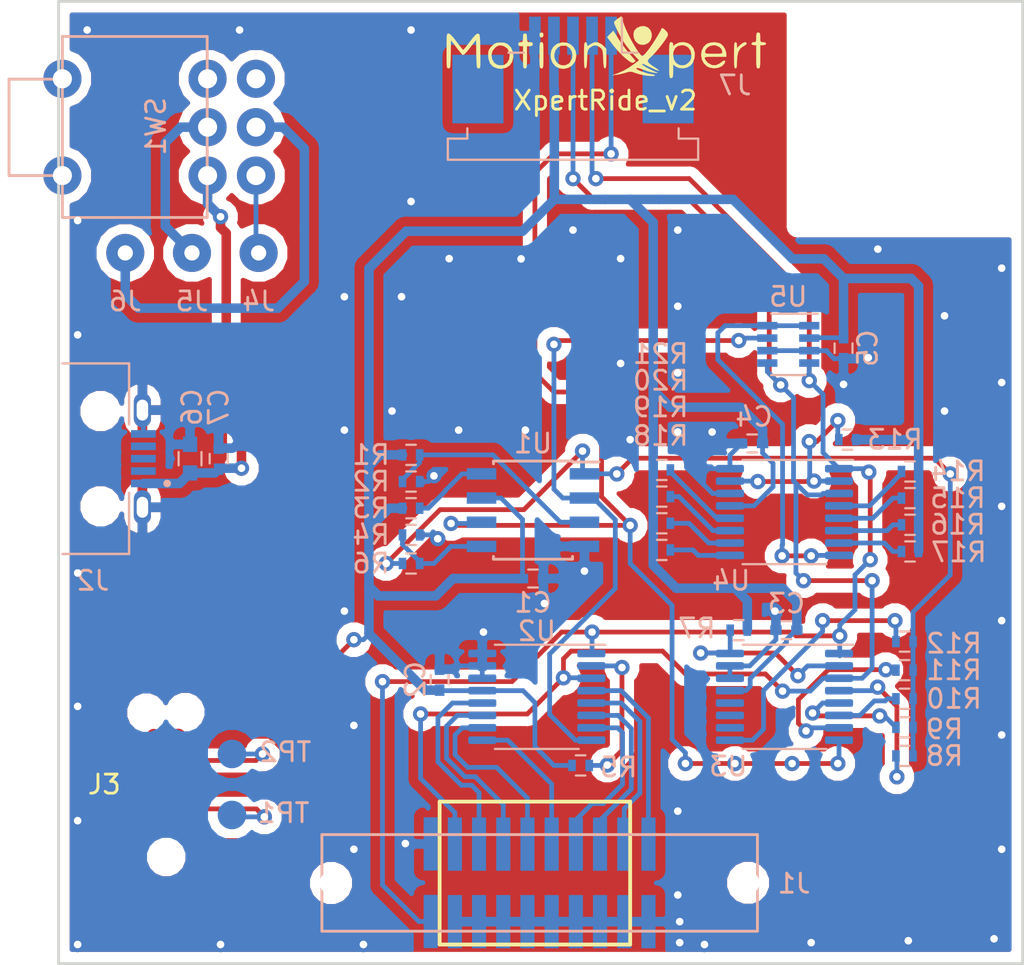
<source format=kicad_pcb>
(kicad_pcb (version 20171130) (host pcbnew "(5.0.2)-1")
  (layers (0 F.Cu signal) (31 B.Cu signal) (34 B.Paste user) (35 F.Paste user) (36 B.SilkS user) (37 F.SilkS user) (38 B.Mask user) (39 F.Mask user) (44 Edge.Cuts user))
  (net 0 "")
  (net 1 VDD)
  (net 2 GNDD)
  (net 3 "Net-(C6-Pad2)")
  (net 4 /Sensor1)
  (net 5 /Sensor2)
  (net 6 /Sensor3)
  (net 7 /Sensor4)
  (net 8 /Sensor5)
  (net 9 /Sensor6)
  (net 10 /Sensor7)
  (net 11 /Sensor8)
  (net 12 /TWI_SDA)
  (net 13 /TWI_CLK)
  (net 14 /SWDIO)
  (net 15 /SDWCLK)
  (net 16 "Net-(J4-Pad1)")
  (net 17 "Net-(J5-Pad1)")
  (net 18 "Net-(J6-Pad1)")
  (net 19 /AMP_OUT)
  (net 20 "Net-(R1-Pad2)")
  (net 21 "Net-(R3-Pad2)")
  (net 22 "Net-(R4-Pad1)")
  (net 23 "Net-(R5-Pad1)")
  (net 24 /RF_MUX)
  (net 25 "Net-(R7-Pad1)")
  (net 26 "Net-(R8-Pad1)")
  (net 27 "Net-(R9-Pad1)")
  (net 28 "Net-(R10-Pad1)")
  (net 29 "Net-(R11-Pad1)")
  (net 30 "Net-(R12-Pad1)")
  (net 31 "Net-(R13-Pad1)")
  (net 32 "Net-(R14-Pad1)")
  (net 33 "Net-(R15-Pad1)")
  (net 34 "Net-(R16-Pad1)")
  (net 35 "Net-(R17-Pad1)")
  (net 36 "Net-(R18-Pad1)")
  (net 37 "Net-(R19-Pad1)")
  (net 38 "Net-(R20-Pad1)")
  (net 39 "Net-(R21-Pad1)")
  (net 40 /SensorX)
  (net 41 /digiPot)
  (module perso:DPDT_IP67 (layer B.Cu) (at 39.14 76.64 90)
    (fp_text reference SW1 (at 0.05 4.91 90) (layer B.SilkS) (effects (justify mirror)))
    (fp_text value SW_DPDT_x2)
    (pad "" thru_hole circle (at 2.54 0 90) (size 2 2) (drill 1) (layers *.Cu *.Mask))
    (pad "" thru_hole circle (at -2.54 0 90) (size 2 2) (drill 1) (layers *.Cu *.Mask))
    (pad 6 thru_hole circle (at -2.54 10.16 90) (size 2 2) (drill 1) (layers *.Cu *.Mask) (net 16 "Net-(J4-Pad1)"))
    (pad 5 thru_hole circle (at 0 10.16 90) (size 2 2) (drill 1) (layers *.Cu *.Mask) (net 18 "Net-(J6-Pad1)"))
    (pad 4 thru_hole circle (at 2.54 10.16 90) (size 2 2) (drill 1) (layers *.Cu *.Mask))
    (pad 3 thru_hole circle (at -2.54 7.62 90) (size 2 2) (drill 1) (layers *.Cu *.Mask) (net 3 "Net-(C6-Pad2)"))
    (pad 2 thru_hole circle (at 0 7.62 90) (size 2 2) (drill 1) (layers *.Cu *.Mask) (net 17 "Net-(J5-Pad1)"))
    (pad 1 thru_hole circle (at 2.54 7.62 90) (size 2 2) (drill 1) (layers *.Cu *.Mask))
  )
  (module Capacitors_SMD:C_0402 (layer B.Cu) (at 63.84 100.33)
    (fp_text reference C1 (at 0 1.27) (layer B.SilkS) (effects (justify mirror)))
    (fp_text value 100n)
    (pad 1 smd rect (at -0.55 0) (size 0.6 0.5) (layers B.Cu B.Paste B.Mask) (net 1 VDD))
    (pad 2 smd rect (at 0.55 0) (size 0.6 0.5) (layers B.Cu B.Paste B.Mask) (net 2 GNDD))
  )
  (module Capacitors_SMD:C_0402 (layer B.Cu) (at 58.94 105.64 270)
    (fp_text reference C2 (at 0 1.27 270) (layer B.SilkS) (effects (justify mirror)))
    (fp_text value 100n)
    (pad 1 smd rect (at -0.55 0 270) (size 0.6 0.5) (layers B.Cu B.Paste B.Mask) (net 2 GNDD))
    (pad 2 smd rect (at 0.55 0 270) (size 0.6 0.5) (layers B.Cu B.Paste B.Mask) (net 1 VDD))
  )
  (module Capacitors_SMD:C_0402 (layer B.Cu) (at 77.14 103.04)
    (fp_text reference C3 (at 0 -1.4) (layer B.SilkS) (effects (justify mirror)))
    (fp_text value 100n)
    (pad 2 smd rect (at 0.55 0) (size 0.6 0.5) (layers B.Cu B.Paste B.Mask) (net 1 VDD))
    (pad 1 smd rect (at -0.55 0) (size 0.6 0.5) (layers B.Cu B.Paste B.Mask) (net 2 GNDD))
  )
  (module Capacitors_SMD:C_0402 (layer B.Cu) (at 75.34 93.24)
    (fp_text reference C4 (at 0.1 -1.4) (layer B.SilkS) (effects (justify mirror)))
    (fp_text value 100n)
    (pad 1 smd rect (at -0.55 0) (size 0.6 0.5) (layers B.Cu B.Paste B.Mask) (net 2 GNDD))
    (pad 2 smd rect (at 0.55 0) (size 0.6 0.5) (layers B.Cu B.Paste B.Mask) (net 1 VDD))
  )
  (module Capacitors_SMD:C_0402 (layer B.Cu) (at 80.14 88.24 90)
    (fp_text reference C5 (at 0 1.27 90) (layer B.SilkS) (effects (justify mirror)))
    (fp_text value 100n)
    (pad 2 smd rect (at 0.55 0 90) (size 0.6 0.5) (layers B.Cu B.Paste B.Mask) (net 1 VDD))
    (pad 1 smd rect (at -0.55 0 90) (size 0.6 0.5) (layers B.Cu B.Paste B.Mask) (net 2 GNDD))
  )
  (module Capacitors_SMD:C_0603 (layer B.Cu) (at 45.84 94.04 270)
    (fp_text reference C6 (at -2.7 -0.1 270) (layer B.SilkS) (effects (justify mirror)))
    (fp_text value 10u)
    (pad 1 smd rect (at -0.75 0 270) (size 0.8 0.75) (layers B.Cu B.Paste B.Mask) (net 2 GNDD))
    (pad 2 smd rect (at 0.75 0 270) (size 0.8 0.75) (layers B.Cu B.Paste B.Mask) (net 3 "Net-(C6-Pad2)"))
  )
  (module Capacitors_SMD:C_0402 (layer B.Cu) (at 47.34 94.04 270)
    (fp_text reference C7 (at -2.7 0 270) (layer B.SilkS) (effects (justify mirror)))
    (fp_text value 100n)
    (pad 2 smd rect (at 0.55 0 270) (size 0.6 0.5) (layers B.Cu B.Paste B.Mask) (net 3 "Net-(C6-Pad2)"))
    (pad 1 smd rect (at -0.55 0 270) (size 0.6 0.5) (layers B.Cu B.Paste B.Mask) (net 2 GNDD))
  )
  (module perso:Samtec_ESHF_20 (layer B.Cu) (at 64.24 116.24 180)
    (fp_text reference J1 (at -13.3 -0.1 180) (layer B.SilkS) (effects (justify mirror)))
    (fp_text value Conn_01x20)
    (pad 1 smd rect (at -5.66 -2.1 180) (size 0.74 2.795) (layers B.Cu B.Paste B.Mask) (net 2 GNDD))
    (pad 2 smd rect (at -5.66 1.97 180) (size 0.74 2.795) (layers B.Cu B.Paste B.Mask) (net 4 /Sensor1))
    (pad 3 smd rect (at -4.39 -2.1 180) (size 0.74 2.795) (layers B.Cu B.Paste B.Mask) (net 2 GNDD))
    (pad 5 smd rect (at -3.12 -2.1 180) (size 0.74 2.795) (layers B.Cu B.Paste B.Mask) (net 2 GNDD))
    (pad 7 smd rect (at -1.85 -2.1 180) (size 0.74 2.795) (layers B.Cu B.Paste B.Mask) (net 2 GNDD))
    (pad 9 smd rect (at -0.58 -2.1 180) (size 0.74 2.795) (layers B.Cu B.Paste B.Mask) (net 2 GNDD))
    (pad 11 smd rect (at 0.69 -2.1 180) (size 0.74 2.795) (layers B.Cu B.Paste B.Mask) (net 2 GNDD))
    (pad 13 smd rect (at 1.96 -2.1 180) (size 0.74 2.795) (layers B.Cu B.Paste B.Mask) (net 2 GNDD))
    (pad 15 smd rect (at 3.23 -2.1 180) (size 0.74 2.795) (layers B.Cu B.Paste B.Mask) (net 2 GNDD))
    (pad 17 smd rect (at 4.5 -2.1 180) (size 0.74 2.795) (layers B.Cu B.Paste B.Mask) (net 2 GNDD))
    (pad 4 smd rect (at -4.39 1.97 180) (size 0.74 2.795) (layers B.Cu B.Paste B.Mask) (net 5 /Sensor2))
    (pad 6 smd rect (at -3.12 1.97 180) (size 0.74 2.795) (layers B.Cu B.Paste B.Mask) (net 6 /Sensor3))
    (pad 8 smd rect (at -1.85 1.97 180) (size 0.74 2.795) (layers B.Cu B.Paste B.Mask) (net 7 /Sensor4))
    (pad 10 smd rect (at -0.58 1.97 180) (size 0.74 2.795) (layers B.Cu B.Paste B.Mask) (net 8 /Sensor5))
    (pad 12 smd rect (at 0.69 1.97 180) (size 0.74 2.795) (layers B.Cu B.Paste B.Mask) (net 9 /Sensor6))
    (pad 14 smd rect (at 1.96 1.97 180) (size 0.74 2.795) (layers B.Cu B.Paste B.Mask) (net 10 /Sensor7))
    (pad 16 smd rect (at 3.23 1.97 180) (size 0.74 2.795) (layers B.Cu B.Paste B.Mask) (net 11 /Sensor8))
    (pad 18 smd rect (at 4.5 1.97 180) (size 0.74 2.795) (layers B.Cu B.Paste B.Mask) (net 12 /TWI_SDA))
    (pad 19 smd rect (at 5.77 -2.09 180) (size 0.74 2.795) (layers B.Cu B.Paste B.Mask) (net 13 /TWI_CLK))
    (pad 20 smd rect (at 5.77 1.98 180) (size 0.74 2.795) (layers B.Cu B.Paste B.Mask) (net 2 GNDD))
    (pad "" np_thru_hole circle (at 11 -0.07 180) (size 1.19 1.19) (drill 1.19) (layers *.Cu *.Mask))
    (pad "" np_thru_hole circle (at -10.89 -0.06 180) (size 1.19 1.19) (drill 1.19) (layers *.Cu *.Mask))
  )
  (module perso:Tag_Connect_10 (layer F.Cu) (at 44.58 110.88 90)
    (fp_text reference J3 (at -0.26 -3.24 180) (layer F.SilkS))
    (fp_text value Conn_02x05_Counter_Clockwise hide)
    (pad 1 smd circle (at -2.8 0.65 90) (size 0.8 0.8) (layers F.Cu F.Paste F.Mask) (net 1 VDD))
    (pad 2 smd circle (at -1.54 0.64 90) (size 0.8 0.8) (layers F.Cu F.Paste F.Mask) (net 14 /SWDIO))
    (pad 3 smd circle (at -0.27 0.64 90) (size 0.8 0.8) (layers F.Cu F.Paste F.Mask) (net 2 GNDD))
    (pad 4 smd circle (at 1 0.64 90) (size 0.8 0.8) (layers F.Cu F.Paste F.Mask) (net 15 /SDWCLK))
    (pad 5 smd circle (at 2.27 0.64 90) (size 0.8 0.8) (layers F.Cu F.Paste F.Mask) (net 2 GNDD))
    (pad 6 smd circle (at 2.26 -0.64 90) (size 0.8 0.8) (layers F.Cu F.Paste F.Mask))
    (pad 7 smd circle (at 0.99 -0.64 90) (size 0.8 0.8) (layers F.Cu F.Paste F.Mask))
    (pad 8 smd circle (at -0.28 -0.64 90) (size 0.8 0.8) (layers F.Cu F.Paste F.Mask))
    (pad 9 smd circle (at -1.55 -0.64 90) (size 0.8 0.8) (layers F.Cu F.Paste F.Mask) (net 2 GNDD))
    (pad 10 smd circle (at -2.82 -0.64 90) (size 0.8 0.8) (layers F.Cu F.Paste F.Mask))
    (pad "" np_thru_hole circle (at -4.07 0.01 90) (size 1 1) (drill 1) (layers *.Cu *.Mask))
    (pad "" np_thru_hole circle (at 3.51 -1.03 90) (size 1 1) (drill 1) (layers *.Cu *.Mask))
    (pad "" np_thru_hole circle (at 3.54 1.01 90) (size 1 1) (drill 1) (layers *.Cu *.Mask))
  )
  (module Wire_Pads:SolderWirePad_single_0-8mmDrill (layer B.Cu) (at 49.44 83.24)
    (fp_text reference J4 (at 0 2.54) (layer B.SilkS) (effects (justify mirror)))
    (fp_text value Conn_01x01_Female)
    (pad 1 thru_hole circle (at 0 0) (size 1.99898 1.99898) (drill 0.8001) (layers *.Cu *.Mask) (net 16 "Net-(J4-Pad1)"))
  )
  (module Wire_Pads:SolderWirePad_single_0-8mmDrill (layer B.Cu) (at 45.94 83.24)
    (fp_text reference J5 (at 0 2.54) (layer B.SilkS) (effects (justify mirror)))
    (fp_text value Conn_01x01_Female)
    (pad 1 thru_hole circle (at 0 0) (size 1.99898 1.99898) (drill 0.8001) (layers *.Cu *.Mask) (net 17 "Net-(J5-Pad1)"))
  )
  (module Wire_Pads:SolderWirePad_single_0-8mmDrill (layer B.Cu) (at 42.44 83.24)
    (fp_text reference J6 (at 0 2.54) (layer B.SilkS) (effects (justify mirror)))
    (fp_text value Conn_01x01_Female)
    (pad 1 thru_hole circle (at 0 0) (size 1.99898 1.99898) (drill 0.8001) (layers *.Cu *.Mask) (net 18 "Net-(J6-Pad1)"))
  )
  (module Connector_FFC-FPC:TE_84952-5_1x05-1MP_P1.0mm_Horizontal (layer B.Cu) (at 65.94 73.64 180)
    (fp_text reference J7 (at -8.5 -0.8 180) (layer B.SilkS) (effects (justify mirror)))
    (fp_text value Conn_01x05)
    (pad 1 smd rect (at -2 1.8 180) (size 0.61 2) (layers B.Cu B.Paste B.Mask) (net 19 /AMP_OUT))
    (pad 2 smd rect (at -1 1.8 180) (size 0.61 2) (layers B.Cu B.Paste B.Mask) (net 13 /TWI_CLK))
    (pad 3 smd rect (at 0 1.8 180) (size 0.61 2) (layers B.Cu B.Paste B.Mask) (net 12 /TWI_SDA))
    (pad 4 smd rect (at 1 1.8 180) (size 0.61 2) (layers B.Cu B.Paste B.Mask) (net 1 VDD))
    (pad 5 smd rect (at 2 1.8 180) (size 0.61 2) (layers B.Cu B.Paste B.Mask) (net 2 GNDD))
    (pad MP smd rect (at -4.99 -1 180) (size 2.68 3.6) (layers B.Cu B.Paste B.Mask))
    (pad MP smd rect (at 4.99 -1 180) (size 2.68 3.6) (layers B.Cu B.Paste B.Mask))
  )
  (module Resistors_SMD:R_0402 (layer B.Cu) (at 57.44 93.84)
    (fp_text reference R1 (at -2.1 0) (layer B.SilkS) (effects (justify mirror)))
    (fp_text value 200k)
    (pad 1 smd rect (at -0.45 0) (size 0.4 0.6) (layers B.Cu B.Paste B.Mask) (net 1 VDD))
    (pad 2 smd rect (at 0.45 0) (size 0.4 0.6) (layers B.Cu B.Paste B.Mask) (net 20 "Net-(R1-Pad2)"))
  )
  (module Resistors_SMD:R_0402 (layer B.Cu) (at 57.44 95.24)
    (fp_text reference R2 (at -2.1 0) (layer B.SilkS) (effects (justify mirror)))
    (fp_text value 200k)
    (pad 1 smd rect (at -0.45 0) (size 0.4 0.6) (layers B.Cu B.Paste B.Mask) (net 20 "Net-(R1-Pad2)"))
    (pad 2 smd rect (at 0.45 0) (size 0.4 0.6) (layers B.Cu B.Paste B.Mask) (net 2 GNDD))
  )
  (module Resistors_SMD:R_0402 (layer B.Cu) (at 57.44 96.64)
    (fp_text reference R3 (at -2.1 0) (layer B.SilkS) (effects (justify mirror)))
    (fp_text value 10k)
    (pad 2 smd rect (at 0.45 0) (size 0.4 0.6) (layers B.Cu B.Paste B.Mask) (net 21 "Net-(R3-Pad2)"))
    (pad 1 smd rect (at -0.45 0) (size 0.4 0.6) (layers B.Cu B.Paste B.Mask) (net 1 VDD))
  )
  (module Resistors_SMD:R_0402 (layer B.Cu) (at 57.44 98.04)
    (fp_text reference R4 (at -2.1 0) (layer B.SilkS) (effects (justify mirror)))
    (fp_text value 0)
    (pad 2 smd rect (at 0.45 0) (size 0.4 0.6) (layers B.Cu B.Paste B.Mask) (net 2 GNDD))
    (pad 1 smd rect (at -0.45 0) (size 0.4 0.6) (layers B.Cu B.Paste B.Mask) (net 22 "Net-(R4-Pad1)"))
  )
  (module Resistors_SMD:R_0402 (layer B.Cu) (at 66.34 110.14 180)
    (fp_text reference R5 (at -2 -0.1 180) (layer B.SilkS) (effects (justify mirror)))
    (fp_text value 10k)
    (pad 1 smd rect (at -0.45 0 180) (size 0.4 0.6) (layers B.Cu B.Paste B.Mask) (net 23 "Net-(R5-Pad1)"))
    (pad 2 smd rect (at 0.45 0 180) (size 0.4 0.6) (layers B.Cu B.Paste B.Mask) (net 1 VDD))
  )
  (module Resistors_SMD:R_0402 (layer B.Cu) (at 57.44 99.54)
    (fp_text reference R6 (at -2.1 0) (layer B.SilkS) (effects (justify mirror)))
    (fp_text value 5k)
    (pad 1 smd rect (at -0.45 0) (size 0.4 0.6) (layers B.Cu B.Paste B.Mask) (net 24 /RF_MUX))
    (pad 2 smd rect (at 0.45 0) (size 0.4 0.6) (layers B.Cu B.Paste B.Mask) (net 22 "Net-(R4-Pad1)"))
  )
  (module Resistors_SMD:R_0402 (layer B.Cu) (at 74.64 103.04)
    (fp_text reference R7 (at -2.2 -0.1) (layer B.SilkS) (effects (justify mirror)))
    (fp_text value 10k)
    (pad 2 smd rect (at 0.45 0) (size 0.4 0.6) (layers B.Cu B.Paste B.Mask) (net 1 VDD))
    (pad 1 smd rect (at -0.45 0) (size 0.4 0.6) (layers B.Cu B.Paste B.Mask) (net 25 "Net-(R7-Pad1)"))
  )
  (module Resistors_SMD:R_0402 (layer B.Cu) (at 83.34 109.64)
    (fp_text reference R8 (at 2.1 0) (layer B.SilkS) (effects (justify mirror)))
    (fp_text value 5k)
    (pad 2 smd rect (at 0.45 0) (size 0.4 0.6) (layers B.Cu B.Paste B.Mask) (net 24 /RF_MUX))
    (pad 1 smd rect (at -0.45 0) (size 0.4 0.6) (layers B.Cu B.Paste B.Mask) (net 26 "Net-(R8-Pad1)"))
  )
  (module Resistors_SMD:R_0402 (layer B.Cu) (at 83.34 108.14)
    (fp_text reference R9 (at 2.1 0.1) (layer B.SilkS) (effects (justify mirror)))
    (fp_text value 10k)
    (pad 1 smd rect (at -0.45 0) (size 0.4 0.6) (layers B.Cu B.Paste B.Mask) (net 27 "Net-(R9-Pad1)"))
    (pad 2 smd rect (at 0.45 0) (size 0.4 0.6) (layers B.Cu B.Paste B.Mask) (net 24 /RF_MUX))
  )
  (module Resistors_SMD:R_0402 (layer B.Cu) (at 83.34 106.64)
    (fp_text reference R10 (at 2.6 0) (layer B.SilkS) (effects (justify mirror)))
    (fp_text value 15k)
    (pad 2 smd rect (at 0.45 0) (size 0.4 0.6) (layers B.Cu B.Paste B.Mask) (net 24 /RF_MUX))
    (pad 1 smd rect (at -0.45 0) (size 0.4 0.6) (layers B.Cu B.Paste B.Mask) (net 28 "Net-(R10-Pad1)"))
  )
  (module Resistors_SMD:R_0402 (layer B.Cu) (at 83.34 105.14)
    (fp_text reference R11 (at 2.6 0) (layer B.SilkS) (effects (justify mirror)))
    (fp_text value 20k)
    (pad 1 smd rect (at -0.45 0) (size 0.4 0.6) (layers B.Cu B.Paste B.Mask) (net 29 "Net-(R11-Pad1)"))
    (pad 2 smd rect (at 0.45 0) (size 0.4 0.6) (layers B.Cu B.Paste B.Mask) (net 24 /RF_MUX))
  )
  (module Resistors_SMD:R_0402 (layer B.Cu) (at 83.34 103.64)
    (fp_text reference R12 (at 2.6 0.1) (layer B.SilkS) (effects (justify mirror)))
    (fp_text value 45k)
    (pad 2 smd rect (at 0.45 0) (size 0.4 0.6) (layers B.Cu B.Paste B.Mask) (net 24 /RF_MUX))
    (pad 1 smd rect (at -0.45 0) (size 0.4 0.6) (layers B.Cu B.Paste B.Mask) (net 30 "Net-(R12-Pad1)"))
  )
  (module Resistors_SMD:R_0402 (layer B.Cu) (at 80.34 93.04)
    (fp_text reference R13 (at 2.5 0) (layer B.SilkS) (effects (justify mirror)))
    (fp_text value 10k)
    (pad 2 smd rect (at 0.45 0) (size 0.4 0.6) (layers B.Cu B.Paste B.Mask) (net 1 VDD))
    (pad 1 smd rect (at -0.45 0) (size 0.4 0.6) (layers B.Cu B.Paste B.Mask) (net 31 "Net-(R13-Pad1)"))
  )
  (module Resistors_SMD:R_0402 (layer B.Cu) (at 83.63 94.71)
    (fp_text reference R14 (at 2.51 -0.01) (layer B.SilkS) (effects (justify mirror)))
    (fp_text value 0)
    (pad 1 smd rect (at -0.45 0) (size 0.4 0.6) (layers B.Cu B.Paste B.Mask) (net 32 "Net-(R14-Pad1)"))
    (pad 2 smd rect (at 0.45 0) (size 0.4 0.6) (layers B.Cu B.Paste B.Mask) (net 1 VDD))
  )
  (module Resistors_SMD:R_0402 (layer B.Cu) (at 83.63 96.11)
    (fp_text reference R15 (at 2.51 0) (layer B.SilkS) (effects (justify mirror)))
    (fp_text value 100k)
    (pad 2 smd rect (at 0.45 0) (size 0.4 0.6) (layers B.Cu B.Paste B.Mask) (net 1 VDD))
    (pad 1 smd rect (at -0.45 0) (size 0.4 0.6) (layers B.Cu B.Paste B.Mask) (net 33 "Net-(R15-Pad1)"))
  )
  (module Resistors_SMD:R_0402 (layer B.Cu) (at 83.63 97.51)
    (fp_text reference R16 (at 2.51 -0.01) (layer B.SilkS) (effects (justify mirror)))
    (fp_text value 200k)
    (pad 1 smd rect (at -0.45 0) (size 0.4 0.6) (layers B.Cu B.Paste B.Mask) (net 34 "Net-(R16-Pad1)"))
    (pad 2 smd rect (at 0.45 0) (size 0.4 0.6) (layers B.Cu B.Paste B.Mask) (net 1 VDD))
  )
  (module Resistors_SMD:R_0402 (layer B.Cu) (at 83.63 98.91)
    (fp_text reference R17 (at 2.56 0.04) (layer B.SilkS) (effects (justify mirror)))
    (fp_text value 300k)
    (pad 2 smd rect (at 0.45 0) (size 0.4 0.6) (layers B.Cu B.Paste B.Mask) (net 1 VDD))
    (pad 1 smd rect (at -0.45 0) (size 0.4 0.6) (layers B.Cu B.Paste B.Mask) (net 35 "Net-(R17-Pad1)"))
  )
  (module Resistors_SMD:R_0402 (layer B.Cu) (at 70.6 98.83 180)
    (fp_text reference R18 (at 0.06 5.99 180) (layer B.SilkS) (effects (justify mirror)))
    (fp_text value 400k)
    (pad 2 smd rect (at 0.45 0 180) (size 0.4 0.6) (layers B.Cu B.Paste B.Mask) (net 1 VDD))
    (pad 1 smd rect (at -0.45 0 180) (size 0.4 0.6) (layers B.Cu B.Paste B.Mask) (net 36 "Net-(R18-Pad1)"))
  )
  (module Resistors_SMD:R_0402 (layer B.Cu) (at 70.6 97.43 180)
    (fp_text reference R19 (at 0.06 6.09 180) (layer B.SilkS) (effects (justify mirror)))
    (fp_text value 500k)
    (pad 1 smd rect (at -0.45 0 180) (size 0.4 0.6) (layers B.Cu B.Paste B.Mask) (net 37 "Net-(R19-Pad1)"))
    (pad 2 smd rect (at 0.45 0 180) (size 0.4 0.6) (layers B.Cu B.Paste B.Mask) (net 1 VDD))
  )
  (module Resistors_SMD:R_0402 (layer B.Cu) (at 70.6 96.03 180)
    (fp_text reference R20 (at 0.06 6.09 180) (layer B.SilkS) (effects (justify mirror)))
    (fp_text value 600k)
    (pad 2 smd rect (at 0.45 0 180) (size 0.4 0.6) (layers B.Cu B.Paste B.Mask) (net 1 VDD))
    (pad 1 smd rect (at -0.45 0 180) (size 0.4 0.6) (layers B.Cu B.Paste B.Mask) (net 38 "Net-(R20-Pad1)"))
  )
  (module Resistors_SMD:R_0402 (layer B.Cu) (at 70.6 94.63 180)
    (fp_text reference R21 (at 0.06 6.09 180) (layer B.SilkS) (effects (justify mirror)))
    (fp_text value 700k)
    (pad 1 smd rect (at -0.45 0 180) (size 0.4 0.6) (layers B.Cu B.Paste B.Mask) (net 39 "Net-(R21-Pad1)"))
    (pad 2 smd rect (at 0.45 0 180) (size 0.4 0.6) (layers B.Cu B.Paste B.Mask) (net 1 VDD))
  )
  (module Measurement_Points:Measurement_Point_Round-SMD-Pad_Small (layer B.Cu) (at 48.04 112.74)
    (fp_text reference TP1 (at 2.7 -0.1) (layer B.SilkS) (effects (justify mirror)))
    (fp_text value TestPoint)
    (pad 1 smd circle (at 0 0) (size 1.5 1.5) (layers B.Cu B.Mask) (net 14 /SWDIO))
  )
  (module Measurement_Points:Measurement_Point_Round-SMD-Pad_Small (layer B.Cu) (at 48.04 109.54)
    (fp_text reference TP2 (at 2.8 -0.1) (layer B.SilkS) (effects (justify mirror)))
    (fp_text value TestPoint)
    (pad 1 smd circle (at 0 0) (size 1.5 1.5) (layers B.Cu B.Mask) (net 15 /SDWCLK))
  )
  (module Housings_SOIC:SOIC-8_3.9x4.9mm_Pitch1.27mm (layer B.Cu) (at 63.84 96.74 180)
    (fp_text reference U1 (at 0 3.5 180) (layer B.SilkS) (effects (justify mirror)))
    (fp_text value MCP6N11-001)
    (pad 8 smd rect (at 2.7 1.905 180) (size 1.55 0.6) (layers B.Cu B.Paste B.Mask) (net 21 "Net-(R3-Pad2)"))
    (pad 7 smd rect (at 2.7 0.635 180) (size 1.55 0.6) (layers B.Cu B.Paste B.Mask) (net 1 VDD))
    (pad 6 smd rect (at 2.7 -0.635 180) (size 1.55 0.6) (layers B.Cu B.Paste B.Mask) (net 19 /AMP_OUT))
    (pad 5 smd rect (at 2.7 -1.905 180) (size 1.55 0.6) (layers B.Cu B.Paste B.Mask) (net 22 "Net-(R4-Pad1)"))
    (pad 4 smd rect (at -2.7 -1.905 180) (size 1.55 0.6) (layers B.Cu B.Paste B.Mask) (net 2 GNDD))
    (pad 3 smd rect (at -2.7 -0.635 180) (size 1.55 0.6) (layers B.Cu B.Paste B.Mask) (net 20 "Net-(R1-Pad2)"))
    (pad 2 smd rect (at -2.7 0.635 180) (size 1.55 0.6) (layers B.Cu B.Paste B.Mask) (net 40 /SensorX))
    (pad 1 smd rect (at -2.7 1.905 180) (size 1.55 0.6) (layers B.Cu B.Paste B.Mask) (net 24 /RF_MUX))
  )
  (module Package_SO:TSSOP-16_4.4x5mm_P0.65mm (layer B.Cu) (at 64.04 106.54 180)
    (fp_text reference U2 (at 0 3.45 180) (layer B.SilkS) (effects (justify mirror)))
    (fp_text value ADG728 hide)
    (pad 1 smd roundrect (at -2.8625 2.275 180) (size 1.475 0.4) (layers B.Cu B.Paste B.Mask) (net 13 /TWI_CLK))
    (pad 2 smd roundrect (at -2.8625 1.625 180) (size 1.475 0.4) (layers B.Cu B.Paste B.Mask) (net 23 "Net-(R5-Pad1)"))
    (pad 3 smd roundrect (at -2.8625 0.975 180) (size 1.475 0.4) (layers B.Cu B.Paste B.Mask) (net 12 /TWI_SDA))
    (pad 4 smd roundrect (at -2.8625 0.325 180) (size 1.475 0.4) (layers B.Cu B.Paste B.Mask) (net 4 /Sensor1))
    (pad 5 smd roundrect (at -2.8625 -0.325 180) (size 1.475 0.4) (layers B.Cu B.Paste B.Mask) (net 5 /Sensor2))
    (pad 6 smd roundrect (at -2.8625 -0.975 180) (size 1.475 0.4) (layers B.Cu B.Paste B.Mask) (net 6 /Sensor3))
    (pad 7 smd roundrect (at -2.8625 -1.625 180) (size 1.475 0.4) (layers B.Cu B.Paste B.Mask) (net 7 /Sensor4))
    (pad 8 smd roundrect (at -2.8625 -2.275 180) (size 1.475 0.4) (layers B.Cu B.Paste B.Mask) (net 40 /SensorX))
    (pad 9 smd roundrect (at 2.8625 -2.275 180) (size 1.475 0.4) (layers B.Cu B.Paste B.Mask) (net 8 /Sensor5))
    (pad 10 smd roundrect (at 2.8625 -1.625 180) (size 1.475 0.4) (layers B.Cu B.Paste B.Mask) (net 9 /Sensor6))
    (pad 11 smd roundrect (at 2.8625 -0.975 180) (size 1.475 0.4) (layers B.Cu B.Paste B.Mask) (net 10 /Sensor7))
    (pad 12 smd roundrect (at 2.8625 -0.325 180) (size 1.475 0.4) (layers B.Cu B.Paste B.Mask) (net 11 /Sensor8))
    (pad 13 smd roundrect (at 2.8625 0.325 180) (size 1.475 0.4) (layers B.Cu B.Paste B.Mask) (net 1 VDD))
    (pad 14 smd roundrect (at 2.8625 0.975 180) (size 1.475 0.4) (layers B.Cu B.Paste B.Mask) (net 2 GNDD))
    (pad 15 smd roundrect (at 2.8625 1.625 180) (size 1.475 0.4) (layers B.Cu B.Paste B.Mask) (net 2 GNDD))
    (pad 16 smd roundrect (at 2.8625 2.275 180) (size 1.475 0.4) (layers B.Cu B.Paste B.Mask) (net 2 GNDD))
  )
  (module Package_SO:TSSOP-16_4.4x5mm_P0.65mm (layer B.Cu) (at 77.04 106.54 180)
    (fp_text reference U3 (at 2.95 -3.65 180) (layer B.SilkS) (effects (justify mirror)))
    (fp_text value ADG728)
    (pad 1 smd roundrect (at -2.8625 2.275 180) (size 1.475 0.4) (layers B.Cu B.Paste B.Mask) (net 13 /TWI_CLK))
    (pad 2 smd roundrect (at -2.8625 1.625 180) (size 1.475 0.4) (layers B.Cu B.Paste B.Mask) (net 25 "Net-(R7-Pad1)"))
    (pad 3 smd roundrect (at -2.8625 0.975 180) (size 1.475 0.4) (layers B.Cu B.Paste B.Mask) (net 12 /TWI_SDA))
    (pad 4 smd roundrect (at -2.8625 0.325 180) (size 1.475 0.4) (layers B.Cu B.Paste B.Mask) (net 26 "Net-(R8-Pad1)"))
    (pad 5 smd roundrect (at -2.8625 -0.325 180) (size 1.475 0.4) (layers B.Cu B.Paste B.Mask) (net 27 "Net-(R9-Pad1)"))
    (pad 6 smd roundrect (at -2.8625 -0.975 180) (size 1.475 0.4) (layers B.Cu B.Paste B.Mask) (net 28 "Net-(R10-Pad1)"))
    (pad 7 smd roundrect (at -2.8625 -1.625 180) (size 1.475 0.4) (layers B.Cu B.Paste B.Mask) (net 29 "Net-(R11-Pad1)"))
    (pad 8 smd roundrect (at -2.8625 -2.275 180) (size 1.475 0.4) (layers B.Cu B.Paste B.Mask) (net 19 /AMP_OUT))
    (pad 9 smd roundrect (at 2.8625 -2.275 180) (size 1.475 0.4) (layers B.Cu B.Paste B.Mask) (net 30 "Net-(R12-Pad1)"))
    (pad 10 smd roundrect (at 2.8625 -1.625 180) (size 1.475 0.4) (layers B.Cu B.Paste B.Mask))
    (pad 11 smd roundrect (at 2.8625 -0.975 180) (size 1.475 0.4) (layers B.Cu B.Paste B.Mask))
    (pad 12 smd roundrect (at 2.8625 -0.325 180) (size 1.475 0.4) (layers B.Cu B.Paste B.Mask))
    (pad 13 smd roundrect (at 2.8625 0.325 180) (size 1.475 0.4) (layers B.Cu B.Paste B.Mask) (net 1 VDD))
    (pad 14 smd roundrect (at 2.8625 0.975 180) (size 1.475 0.4) (layers B.Cu B.Paste B.Mask) (net 2 GNDD))
    (pad 15 smd roundrect (at 2.8625 1.625 180) (size 1.475 0.4) (layers B.Cu B.Paste B.Mask) (net 2 GNDD))
    (pad 16 smd roundrect (at 2.8625 2.275 180) (size 1.475 0.4) (layers B.Cu B.Paste B.Mask) (net 25 "Net-(R7-Pad1)"))
  )
  (module Package_SO:TSSOP-16_4.4x5mm_P0.65mm (layer B.Cu) (at 77.04 96.84 180)
    (fp_text reference U4 (at 2.8 -3.6 180) (layer B.SilkS) (effects (justify mirror)))
    (fp_text value ADG728)
    (pad 16 smd roundrect (at 2.8625 2.275 180) (size 1.475 0.4) (layers B.Cu B.Paste B.Mask) (net 2 GNDD))
    (pad 15 smd roundrect (at 2.8625 1.625 180) (size 1.475 0.4) (layers B.Cu B.Paste B.Mask) (net 31 "Net-(R13-Pad1)"))
    (pad 14 smd roundrect (at 2.8625 0.975 180) (size 1.475 0.4) (layers B.Cu B.Paste B.Mask) (net 2 GNDD))
    (pad 13 smd roundrect (at 2.8625 0.325 180) (size 1.475 0.4) (layers B.Cu B.Paste B.Mask) (net 1 VDD))
    (pad 12 smd roundrect (at 2.8625 -0.325 180) (size 1.475 0.4) (layers B.Cu B.Paste B.Mask) (net 39 "Net-(R21-Pad1)"))
    (pad 11 smd roundrect (at 2.8625 -0.975 180) (size 1.475 0.4) (layers B.Cu B.Paste B.Mask) (net 38 "Net-(R20-Pad1)"))
    (pad 10 smd roundrect (at 2.8625 -1.625 180) (size 1.475 0.4) (layers B.Cu B.Paste B.Mask) (net 37 "Net-(R19-Pad1)"))
    (pad 9 smd roundrect (at 2.8625 -2.275 180) (size 1.475 0.4) (layers B.Cu B.Paste B.Mask) (net 36 "Net-(R18-Pad1)"))
    (pad 8 smd roundrect (at -2.8625 -2.275 180) (size 1.475 0.4) (layers B.Cu B.Paste B.Mask) (net 41 /digiPot))
    (pad 7 smd roundrect (at -2.8625 -1.625 180) (size 1.475 0.4) (layers B.Cu B.Paste B.Mask) (net 35 "Net-(R17-Pad1)"))
    (pad 6 smd roundrect (at -2.8625 -0.975 180) (size 1.475 0.4) (layers B.Cu B.Paste B.Mask) (net 34 "Net-(R16-Pad1)"))
    (pad 5 smd roundrect (at -2.8625 -0.325 180) (size 1.475 0.4) (layers B.Cu B.Paste B.Mask) (net 33 "Net-(R15-Pad1)"))
    (pad 4 smd roundrect (at -2.8625 0.325 180) (size 1.475 0.4) (layers B.Cu B.Paste B.Mask) (net 32 "Net-(R14-Pad1)"))
    (pad 3 smd roundrect (at -2.8625 0.975 180) (size 1.475 0.4) (layers B.Cu B.Paste B.Mask) (net 12 /TWI_SDA))
    (pad 2 smd roundrect (at -2.8625 1.625 180) (size 1.475 0.4) (layers B.Cu B.Paste B.Mask) (net 31 "Net-(R13-Pad1)"))
    (pad 1 smd roundrect (at -2.8625 2.275 180) (size 1.475 0.4) (layers B.Cu B.Paste B.Mask) (net 13 /TWI_CLK))
  )
  (module Package_TO_SOT_SMD:SOT-23-8 (layer B.Cu) (at 77.24 88.04 180)
    (fp_text reference U5 (at 0 2.5 180) (layer B.SilkS) (effects (justify mirror)))
    (fp_text value AD5245-100k)
    (pad 1 smd rect (at -1.1 0.98 180) (size 1.06 0.4) (layers B.Cu B.Paste B.Mask) (net 41 /digiPot))
    (pad 2 smd rect (at -1.1 0.33 180) (size 1.06 0.4) (layers B.Cu B.Paste B.Mask) (net 1 VDD))
    (pad 3 smd rect (at -1.1 -0.33 180) (size 1.06 0.4) (layers B.Cu B.Paste B.Mask) (net 2 GNDD))
    (pad 4 smd rect (at -1.1 -0.98 180) (size 1.06 0.4) (layers B.Cu B.Paste B.Mask) (net 13 /TWI_CLK))
    (pad 5 smd rect (at 1.1 -0.98 180) (size 1.06 0.4) (layers B.Cu B.Paste B.Mask) (net 12 /TWI_SDA))
    (pad 6 smd rect (at 1.1 -0.33 180) (size 1.06 0.4) (layers B.Cu B.Paste B.Mask) (net 2 GNDD))
    (pad 7 smd rect (at 1.1 0.33 180) (size 1.06 0.4) (layers B.Cu B.Paste B.Mask) (net 40 /SensorX))
    (pad 8 smd rect (at 1.1 0.98 180) (size 1.06 0.4) (layers B.Cu B.Paste B.Mask) (net 41 /digiPot))
  )
  (module perso:CUI_UJ2-MIBH-4-SMT-TR-67 (layer B.Cu) (at 39.14 94.04)
    (fp_text reference J2 (at 1.6 6.4) (layer B.SilkS) (effects (justify mirror)))
    (fp_text value USB_B_Micro)
    (pad 6 thru_hole oval (at 4.2 2.55) (size 0.9 1.8) (drill oval 0.6 1.1) (layers *.Cu *.Mask) (net 2 GNDD))
    (pad None np_thru_hole circle (at 2 2.5) (size 1.1 1.1) (drill 1.1) (layers *.Cu *.Mask))
    (pad None np_thru_hole circle (at 2 -2.5) (size 1.1 1.1) (drill 1.1) (layers *.Cu *.Mask))
    (pad 1 smd rect (at 4.25 1.3) (size 1.3 0.4) (layers B.Cu B.Paste B.Mask) (net 3 "Net-(C6-Pad2)"))
    (pad 2 smd rect (at 4.25 0.65) (size 1.3 0.4) (layers B.Cu B.Paste B.Mask))
    (pad 3 smd rect (at 4.25 0) (size 1.3 0.4) (layers B.Cu B.Paste B.Mask))
    (pad 4 smd rect (at 4.25 -0.65) (size 1.3 0.4) (layers B.Cu B.Paste B.Mask))
    (pad 5 smd rect (at 4.25 -1.3) (size 1.3 0.4) (layers B.Cu B.Paste B.Mask) (net 2 GNDD))
    (pad 6 thru_hole oval (at 4.2 -2.55) (size 0.9 1.8) (drill oval 0.6 1.1) (layers *.Cu *.Mask) (net 2 GNDD))
  )
  (module Logos:vector_lab_negatif_19_5mm (layer F.Cu) (at 67.84 72.74)
    (fp_text reference G*** hide)
    (fp_text value LOGO hide)
  )
  (gr_line (start 89.54 70.04) (end 89.54 120.54) (layer Edge.Cuts) (width 0.15))
  (gr_line (start 38.94 70.04) (end 89.54 70.04) (layer Edge.Cuts) (width 0.15))
  (gr_line (start 38.94 120.54) (end 38.94 70.04) (layer Edge.Cuts) (width 0.15))
  (gr_line (start 89.54 120.54) (end 38.94 120.54) (layer Edge.Cuts) (width 0.15))
  (gr_text XpertRide_v2 (at 67.64 75.24) (layer F.SilkS) (effects (font (size 1 1))))
  (gr_line (start 68.94 119.54) (end 58.94 119.54) (layer F.SilkS) (width 0.2))
  (gr_line (start 68.94 112.04) (end 68.94 119.54) (layer F.SilkS) (width 0.2))
  (gr_line (start 58.94 112.04) (end 68.94 112.04) (layer F.SilkS) (width 0.2))
  (gr_line (start 58.94 119.54) (end 58.94 112.04) (layer F.SilkS) (width 0.2))
  (segment (start 61.1775 106.215) (end 63.315 106.215) (width 0.25) (layer B.Cu) (net 1))
  (segment (start 64.94 110.14) (end 65.89 110.14) (width 0.25) (layer B.Cu) (net 1))
  (segment (start 63.94 109.14) (end 64.94 110.14) (width 0.25) (layer B.Cu) (net 1))
  (segment (start 63.94 106.84) (end 63.94 109.14) (width 0.25) (layer B.Cu) (net 1))
  (segment (start 63.315 106.215) (end 63.94 106.84) (width 0.25) (layer B.Cu) (net 1))
  (segment (start 61.1775 106.215) (end 58.965 106.215) (width 0.25) (layer B.Cu) (net 1))
  (segment (start 58.965 106.215) (end 58.94 106.19) (width 0.25) (layer B.Cu) (net 1))
  (segment (start 63.29 99.83) (end 63.29 100.33) (width 0.25) (layer B.Cu) (net 1))
  (segment (start 63.29 97.23) (end 63.29 99.83) (width 0.25) (layer B.Cu) (net 1))
  (segment (start 62.165 96.105) (end 63.29 97.23) (width 0.25) (layer B.Cu) (net 1))
  (segment (start 61.14 96.105) (end 62.165 96.105) (width 0.25) (layer B.Cu) (net 1))
  (segment (start 58.19 106.19) (end 55.23 103.23) (width 0.5) (layer B.Cu) (net 1))
  (segment (start 58.94 106.19) (end 58.19 106.19) (width 0.5) (layer B.Cu) (net 1))
  (segment (start 55.82 93.84) (end 56.99 93.84) (width 0.5) (layer B.Cu) (net 1))
  (segment (start 55.23 94.43) (end 55.82 93.84) (width 0.5) (layer B.Cu) (net 1))
  (segment (start 55.23 97.7) (end 55.23 97.8) (width 0.5) (layer B.Cu) (net 1))
  (segment (start 56.29 96.64) (end 55.23 97.7) (width 0.5) (layer B.Cu) (net 1))
  (segment (start 56.99 96.64) (end 56.29 96.64) (width 0.5) (layer B.Cu) (net 1))
  (segment (start 55.23 97.8) (end 55.23 94.43) (width 0.5) (layer B.Cu) (net 1))
  (segment (start 64.94 74.600002) (end 64.96 74.620002) (width 0.5) (layer B.Cu) (net 1))
  (segment (start 64.94 71.84) (end 64.94 74.600002) (width 0.5) (layer B.Cu) (net 1))
  (segment (start 64.96 74.620002) (end 64.96 80.43) (width 0.5) (layer B.Cu) (net 1))
  (segment (start 64.96 80.43) (end 63.29 82.1) (width 0.5) (layer B.Cu) (net 1))
  (segment (start 63.29 82.1) (end 57.18 82.1) (width 0.5) (layer B.Cu) (net 1))
  (segment (start 55.23 84.05) (end 55.23 94.43) (width 0.5) (layer B.Cu) (net 1))
  (segment (start 57.18 82.1) (end 55.23 84.05) (width 0.5) (layer B.Cu) (net 1))
  (segment (start 74.34 80.43) (end 77.46 83.55) (width 0.5) (layer B.Cu) (net 1))
  (segment (start 77.46 83.55) (end 79.11 83.55) (width 0.5) (layer B.Cu) (net 1))
  (segment (start 80.14 84.58) (end 80.14 87.69) (width 0.5) (layer B.Cu) (net 1))
  (segment (start 79.11 83.55) (end 80.14 84.58) (width 0.5) (layer B.Cu) (net 1))
  (segment (start 70.45 80.43) (end 74.34 80.43) (width 0.5) (layer B.Cu) (net 1))
  (segment (start 64.96 80.43) (end 67.64 80.43) (width 0.5) (layer B.Cu) (net 1))
  (segment (start 84.08 94.71) (end 84.08 96.11) (width 0.5) (layer B.Cu) (net 1))
  (segment (start 84.08 96.11) (end 84.08 97.51) (width 0.5) (layer B.Cu) (net 1))
  (segment (start 84.08 97.51) (end 84.08 98.91) (width 0.5) (layer B.Cu) (net 1))
  (segment (start 83.68 84.58) (end 80.14 84.58) (width 0.5) (layer B.Cu) (net 1))
  (segment (start 84.08 84.98) (end 83.68 84.58) (width 0.5) (layer B.Cu) (net 1))
  (segment (start 83.48 93.04) (end 84.08 92.44) (width 0.5) (layer B.Cu) (net 1))
  (segment (start 80.79 93.04) (end 83.48 93.04) (width 0.5) (layer B.Cu) (net 1))
  (segment (start 84.08 94.71) (end 84.08 92.44) (width 0.5) (layer B.Cu) (net 1))
  (segment (start 84.08 92.44) (end 84.08 84.98) (width 0.5) (layer B.Cu) (net 1))
  (segment (start 70.15 98.83) (end 70.15 97.43) (width 0.5) (layer B.Cu) (net 1))
  (segment (start 70.15 97.43) (end 70.15 96.03) (width 0.5) (layer B.Cu) (net 1))
  (segment (start 70.15 96.03) (end 70.15 94.63) (width 0.5) (layer B.Cu) (net 1))
  (segment (start 70.15 81.64) (end 68.94 80.43) (width 0.5) (layer B.Cu) (net 1))
  (segment (start 67.64 80.43) (end 68.94 80.43) (width 0.5) (layer B.Cu) (net 1))
  (segment (start 68.94 80.43) (end 70.45 80.43) (width 0.5) (layer B.Cu) (net 1))
  (segment (start 70.15 99.63) (end 71.36 100.84) (width 0.5) (layer B.Cu) (net 1))
  (segment (start 70.15 98.83) (end 70.15 99.63) (width 0.5) (layer B.Cu) (net 1))
  (segment (start 75.09 101.49) (end 74.44 100.84) (width 0.5) (layer B.Cu) (net 1))
  (segment (start 75.09 103.04) (end 75.09 101.49) (width 0.5) (layer B.Cu) (net 1))
  (segment (start 71.36 100.84) (end 74.44 100.84) (width 0.5) (layer B.Cu) (net 1))
  (segment (start 78.36 87.69) (end 78.34 87.71) (width 0.25) (layer B.Cu) (net 1))
  (segment (start 80.14 87.69) (end 78.36 87.69) (width 0.25) (layer B.Cu) (net 1))
  (segment (start 63.29 100.33) (end 59.65 100.33) (width 0.5) (layer B.Cu) (net 1))
  (segment (start 59.65 100.33) (end 58.74 101.24) (width 0.5) (layer B.Cu) (net 1))
  (segment (start 55.73 101.24) (end 55.23 100.74) (width 0.5) (layer B.Cu) (net 1))
  (segment (start 58.74 101.24) (end 55.73 101.24) (width 0.5) (layer B.Cu) (net 1))
  (segment (start 55.23 103.23) (end 55.23 100.74) (width 0.5) (layer B.Cu) (net 1))
  (segment (start 55.23 100.74) (end 55.23 97.8) (width 0.5) (layer B.Cu) (net 1))
  (segment (start 75.89 92.49) (end 74.74 91.34) (width 0.5) (layer B.Cu) (net 1))
  (segment (start 75.89 93.24) (end 75.89 92.49) (width 0.5) (layer B.Cu) (net 1))
  (segment (start 71.05 91.34) (end 70.15 90.44) (width 0.5) (layer B.Cu) (net 1))
  (segment (start 74.74 91.34) (end 71.05 91.34) (width 0.5) (layer B.Cu) (net 1))
  (segment (start 70.15 94.63) (end 70.15 90.44) (width 0.5) (layer B.Cu) (net 1))
  (segment (start 70.15 90.44) (end 70.15 81.64) (width 0.5) (layer B.Cu) (net 1))
  (segment (start 77.14 103.680542) (end 75.24001 105.580532) (width 0.25) (layer B.Cu) (net 1))
  (segment (start 77.64 103.04) (end 77.14 103.54) (width 0.25) (layer B.Cu) (net 1))
  (segment (start 77.14 103.54) (end 77.14 103.680542) (width 0.25) (layer B.Cu) (net 1))
  (segment (start 75.24001 105.98999) (end 75.015 106.215) (width 0.25) (layer B.Cu) (net 1))
  (segment (start 75.015 106.215) (end 74.1775 106.215) (width 0.25) (layer B.Cu) (net 1))
  (segment (start 77.69 103.04) (end 77.64 103.04) (width 0.25) (layer B.Cu) (net 1))
  (segment (start 75.24001 105.580532) (end 75.24001 105.98999) (width 0.25) (layer B.Cu) (net 1))
  (segment (start 75.438004 96.515) (end 75.015 96.515) (width 0.25) (layer B.Cu) (net 1))
  (segment (start 75.015 96.515) (end 74.1775 96.515) (width 0.25) (layer B.Cu) (net 1))
  (segment (start 76.44 95.513004) (end 75.438004 96.515) (width 0.25) (layer B.Cu) (net 1))
  (segment (start 76.44 94.29) (end 76.44 95.513004) (width 0.25) (layer B.Cu) (net 1))
  (segment (start 75.89 93.74) (end 76.44 94.29) (width 0.25) (layer B.Cu) (net 1))
  (segment (start 75.89 93.24) (end 75.89 93.74) (width 0.25) (layer B.Cu) (net 1))
  (segment (start 45.629999 114.079999) (end 50.900001 114.079999) (width 0.25) (layer F.Cu) (net 1))
  (segment (start 45.23 113.68) (end 45.629999 114.079999) (width 0.25) (layer F.Cu) (net 1))
  (segment (start 50.900001 114.079999) (end 52.44 112.54) (width 0.25) (layer F.Cu) (net 1))
  (segment (start 52.44 112.54) (end 52.44 105.54) (width 0.25) (layer F.Cu) (net 1))
  (segment (start 52.44 105.54) (end 54.44 103.54) (width 0.25) (layer F.Cu) (net 1))
  (via (at 54.44 103.54) (size 0.8) (drill 0.4) (layers F.Cu B.Cu) (net 1))
  (segment (start 55.23 103.25) (end 55.23 103.23) (width 0.25) (layer B.Cu) (net 1))
  (segment (start 54.44 103.54) (end 54.94 103.54) (width 0.25) (layer B.Cu) (net 1))
  (segment (start 54.94 103.54) (end 55.23 103.25) (width 0.25) (layer B.Cu) (net 1))
  (segment (start 77.69 101.59) (end 77.69 103.04) (width 0.5) (layer B.Cu) (net 1))
  (segment (start 74.44 100.84) (end 76.94 100.84) (width 0.5) (layer B.Cu) (net 1))
  (segment (start 76.94 100.84) (end 77.69 101.59) (width 0.5) (layer B.Cu) (net 1))
  (segment (start 58.94 105.09) (end 59.47 105.09) (width 0.25) (layer B.Cu) (net 2))
  (segment (start 59.645 104.915) (end 61.1775 104.915) (width 0.25) (layer B.Cu) (net 2))
  (segment (start 59.47 105.09) (end 59.645 104.915) (width 0.25) (layer B.Cu) (net 2))
  (segment (start 61.1775 104.265) (end 61.1775 104.915) (width 0.25) (layer B.Cu) (net 2))
  (segment (start 61.1775 104.915) (end 61.1775 105.565) (width 0.25) (layer B.Cu) (net 2))
  (segment (start 64.39 100.33) (end 64.39 99.19) (width 0.25) (layer B.Cu) (net 2))
  (segment (start 64.935 98.645) (end 66.54 98.645) (width 0.25) (layer B.Cu) (net 2))
  (segment (start 64.39 99.19) (end 64.935 98.645) (width 0.25) (layer B.Cu) (net 2))
  (segment (start 74.1775 104.915) (end 74.1775 105.565) (width 0.25) (layer B.Cu) (net 2))
  (segment (start 75.015 104.915) (end 74.1775 104.915) (width 0.25) (layer B.Cu) (net 2))
  (segment (start 75.215 104.915) (end 75.015 104.915) (width 0.25) (layer B.Cu) (net 2))
  (segment (start 76.59 103.54) (end 75.215 104.915) (width 0.25) (layer B.Cu) (net 2))
  (segment (start 76.59 103.04) (end 76.59 103.54) (width 0.25) (layer B.Cu) (net 2))
  (via (at 66.54 99.94) (size 0.8) (drill 0.4) (layers F.Cu B.Cu) (net 2))
  (via (at 64.44 101.64) (size 0.8) (drill 0.4) (layers F.Cu B.Cu) (net 2))
  (via (at 61.24 103.14) (size 0.8) (drill 0.4) (layers F.Cu B.Cu) (net 2))
  (via (at 57.14 114.24) (size 0.8) (drill 0.4) (layers F.Cu B.Cu) (net 2))
  (via (at 76.54 102.04) (size 0.8) (drill 0.4) (layers F.Cu B.Cu) (net 2))
  (segment (start 76.59 102.09) (end 76.54 102.04) (width 0.25) (layer B.Cu) (net 2))
  (segment (start 76.59 103.04) (end 76.59 102.09) (width 0.25) (layer B.Cu) (net 2))
  (segment (start 74.1775 93.8525) (end 74.79 93.24) (width 0.25) (layer B.Cu) (net 2))
  (segment (start 74.1775 94.565) (end 74.1775 93.8525) (width 0.25) (layer B.Cu) (net 2))
  (via (at 73.24 92.64) (size 0.8) (drill 0.4) (layers F.Cu B.Cu) (net 2))
  (via (at 71.44 92.64) (size 0.8) (drill 0.4) (layers F.Cu B.Cu) (net 2))
  (via (at 81.44 88.74) (size 0.8) (drill 0.4) (layers F.Cu B.Cu) (net 2))
  (via (at 80.14 90.14) (size 0.8) (drill 0.4) (layers F.Cu B.Cu) (net 2))
  (via (at 58.64 94.94) (size 0.8) (drill 0.4) (layers F.Cu B.Cu) (net 2))
  (segment (start 57.89 95.24) (end 58.34 95.24) (width 0.25) (layer B.Cu) (net 2))
  (segment (start 58.34 95.24) (end 58.64 94.94) (width 0.25) (layer B.Cu) (net 2))
  (via (at 58.84 98.24) (size 0.8) (drill 0.4) (layers F.Cu B.Cu) (net 2))
  (segment (start 57.89 98.04) (end 58.64 98.04) (width 0.25) (layer B.Cu) (net 2))
  (segment (start 58.64 98.04) (end 58.84 98.24) (width 0.25) (layer B.Cu) (net 2))
  (segment (start 58.84 98.24) (end 58.84 98.805685) (width 0.25) (layer F.Cu) (net 2))
  (segment (start 43.374315 112.43) (end 43.364315 112.44) (width 0.25) (layer F.Cu) (net 2))
  (segment (start 43.94 112.43) (end 43.374315 112.43) (width 0.25) (layer F.Cu) (net 2))
  (segment (start 43.94 112.43) (end 42.03 112.43) (width 0.25) (layer F.Cu) (net 2))
  (segment (start 42.03 112.43) (end 41.04 111.44) (width 0.25) (layer F.Cu) (net 2))
  (segment (start 41.04 111.44) (end 41.04 101.24) (width 0.25) (layer F.Cu) (net 2))
  (segment (start 43.34 98.94) (end 43.34 96.59) (width 0.25) (layer F.Cu) (net 2))
  (segment (start 41.04 101.24) (end 43.34 98.94) (width 0.25) (layer F.Cu) (net 2))
  (segment (start 45.22 111.15) (end 46.63 111.15) (width 0.25) (layer F.Cu) (net 2))
  (segment (start 46.63 111.15) (end 46.64 111.14) (width 0.25) (layer F.Cu) (net 2))
  (segment (start 46.64 111.14) (end 50.34 111.14) (width 0.25) (layer F.Cu) (net 2))
  (segment (start 50.34 111.14) (end 50.74 110.74) (width 0.25) (layer F.Cu) (net 2))
  (segment (start 50.74 110.74) (end 50.74 109.34) (width 0.25) (layer F.Cu) (net 2))
  (segment (start 50.74 109.34) (end 50.01 108.61) (width 0.25) (layer F.Cu) (net 2))
  (segment (start 46.34 108.61) (end 46.97 108.61) (width 0.25) (layer F.Cu) (net 2))
  (segment (start 50.01 108.61) (end 46.34 108.61) (width 0.25) (layer F.Cu) (net 2))
  (segment (start 46.34 108.61) (end 45.22 108.61) (width 0.25) (layer F.Cu) (net 2))
  (segment (start 46.97 108.61) (end 47.54 108.04) (width 0.25) (layer F.Cu) (net 2))
  (segment (start 47.54 108.04) (end 47.54 102.74) (width 0.25) (layer F.Cu) (net 2))
  (segment (start 43.74 98.94) (end 43.34 98.94) (width 0.25) (layer F.Cu) (net 2))
  (segment (start 47.54 102.74) (end 43.74 98.94) (width 0.25) (layer F.Cu) (net 2))
  (via (at 71.54 118.34) (size 0.8) (drill 0.4) (layers F.Cu B.Cu) (net 2))
  (via (at 71.44 116.94) (size 0.8) (drill 0.4) (layers F.Cu B.Cu) (net 2))
  (via (at 71.54 119.44) (size 0.8) (drill 0.4) (layers F.Cu B.Cu) (net 2))
  (via (at 72.84 119.54) (size 0.8) (drill 0.4) (layers F.Cu B.Cu) (net 2))
  (via (at 78.44 119.44) (size 0.8) (drill 0.4) (layers F.Cu B.Cu) (net 2))
  (via (at 88.04 119.24) (size 0.8) (drill 0.4) (layers F.Cu B.Cu) (net 2))
  (via (at 83.54 119.34) (size 0.8) (drill 0.4) (layers F.Cu B.Cu) (net 2))
  (via (at 88.44 114.54) (size 0.8) (drill 0.4) (layers F.Cu B.Cu) (net 2))
  (via (at 88.44 108.54) (size 0.8) (drill 0.4) (layers F.Cu B.Cu) (net 2))
  (via (at 88.44 102.54) (size 0.8) (drill 0.4) (layers F.Cu B.Cu) (net 2))
  (via (at 88.44 96.54) (size 0.8) (drill 0.4) (layers F.Cu B.Cu) (net 2))
  (via (at 88.44 90.04) (size 0.8) (drill 0.4) (layers F.Cu B.Cu) (net 2))
  (via (at 88.44 84.04) (size 0.8) (drill 0.4) (layers F.Cu B.Cu) (net 2))
  (via (at 81.94 83.04) (size 0.8) (drill 0.4) (layers F.Cu B.Cu) (net 2))
  (via (at 40.44 71.54) (size 0.8) (drill 0.4) (layers F.Cu B.Cu) (net 2))
  (via (at 48.44 71.54) (size 0.8) (drill 0.4) (layers F.Cu B.Cu) (net 2))
  (via (at 57.44 71.54) (size 0.8) (drill 0.4) (layers F.Cu B.Cu) (net 2))
  (via (at 39.94 81.54) (size 0.8) (drill 0.4) (layers F.Cu B.Cu) (net 2))
  (via (at 39.94 87.54) (size 0.8) (drill 0.4) (layers F.Cu B.Cu) (net 2))
  (via (at 39.94 100.04) (size 0.8) (drill 0.4) (layers F.Cu B.Cu) (net 2))
  (via (at 39.94 107.04) (size 0.8) (drill 0.4) (layers F.Cu B.Cu) (net 2))
  (via (at 39.94 113.04) (size 0.8) (drill 0.4) (layers F.Cu B.Cu) (net 2))
  (via (at 39.94 119.54) (size 0.8) (drill 0.4) (layers F.Cu B.Cu) (net 2))
  (via (at 47.44 119.54) (size 0.8) (drill 0.4) (layers F.Cu B.Cu) (net 2))
  (via (at 54.94 119.54) (size 0.8) (drill 0.4) (layers F.Cu B.Cu) (net 2))
  (via (at 57.44 80.54) (size 0.8) (drill 0.4) (layers F.Cu B.Cu) (net 2))
  (via (at 53.94 85.54) (size 0.8) (drill 0.4) (layers F.Cu B.Cu) (net 2))
  (via (at 53.94 92.54) (size 0.8) (drill 0.4) (layers F.Cu B.Cu) (net 2))
  (via (at 53.94 102.04) (size 0.8) (drill 0.4) (layers F.Cu B.Cu) (net 2))
  (via (at 54.44 108.04) (size 0.8) (drill 0.4) (layers F.Cu B.Cu) (net 2))
  (via (at 54.44 114.54) (size 0.8) (drill 0.4) (layers F.Cu B.Cu) (net 2))
  (via (at 71.44 112.54) (size 0.8) (drill 0.4) (layers F.Cu B.Cu) (net 2))
  (via (at 85.44 86.54) (size 0.8) (drill 0.4) (layers F.Cu B.Cu) (net 2))
  (via (at 85.44 91.54) (size 0.8) (drill 0.4) (layers F.Cu B.Cu) (net 2))
  (via (at 65.94 82.04) (size 0.8) (drill 0.4) (layers F.Cu B.Cu) (net 2))
  (via (at 59.44 83.54) (size 0.8) (drill 0.4) (layers F.Cu B.Cu) (net 2))
  (via (at 56.94 85.54) (size 0.8) (drill 0.4) (layers F.Cu B.Cu) (net 2))
  (via (at 56.44 91.54) (size 0.8) (drill 0.4) (layers F.Cu B.Cu) (net 2))
  (via (at 59.94 92.54) (size 0.8) (drill 0.4) (layers F.Cu B.Cu) (net 2))
  (via (at 63.44 92.54) (size 0.8) (drill 0.4) (layers F.Cu B.Cu) (net 2))
  (via (at 68.44 83.54) (size 0.8) (drill 0.4) (layers F.Cu B.Cu) (net 2))
  (via (at 68.44 89.04) (size 0.8) (drill 0.4) (layers F.Cu B.Cu) (net 2))
  (via (at 68.94 93.04) (size 0.8) (drill 0.4) (layers F.Cu B.Cu) (net 2))
  (via (at 71.44 82.04) (size 0.8) (drill 0.4) (layers F.Cu B.Cu) (net 2))
  (via (at 71.44 86.04) (size 0.8) (drill 0.4) (layers F.Cu B.Cu) (net 2))
  (via (at 71.44 89.54) (size 0.8) (drill 0.4) (layers F.Cu B.Cu) (net 2))
  (segment (start 43.39 91.54) (end 43.34 91.49) (width 0.25) (layer B.Cu) (net 2))
  (segment (start 43.39 92.74) (end 43.39 91.54) (width 0.25) (layer B.Cu) (net 2))
  (segment (start 74.1775 95.865) (end 73.265 95.865) (width 0.25) (layer B.Cu) (net 2))
  (segment (start 73.265 95.865) (end 72.44 95.04) (width 0.25) (layer B.Cu) (net 2))
  (segment (start 72.44 95.04) (end 72.94 94.54) (width 0.25) (layer B.Cu) (net 2))
  (segment (start 72.965 94.565) (end 74.1775 94.565) (width 0.25) (layer B.Cu) (net 2))
  (segment (start 72.94 94.54) (end 72.965 94.565) (width 0.25) (layer B.Cu) (net 2))
  (segment (start 76.14 88.37) (end 78.34 88.37) (width 0.25) (layer B.Cu) (net 2))
  (segment (start 78.34 88.37) (end 79.27 88.37) (width 0.25) (layer B.Cu) (net 2))
  (segment (start 79.64 88.79) (end 80.14 88.79) (width 0.25) (layer B.Cu) (net 2))
  (segment (start 79.27 88.42) (end 79.64 88.79) (width 0.25) (layer B.Cu) (net 2))
  (segment (start 79.27 88.37) (end 79.27 88.42) (width 0.25) (layer B.Cu) (net 2))
  (via (at 63.21499 83.55266) (size 0.8) (drill 0.4) (layers F.Cu B.Cu) (net 2))
  (segment (start 47.14 94.79) (end 47.34 94.59) (width 0.25) (layer B.Cu) (net 3))
  (segment (start 45.84 94.79) (end 47.14 94.79) (width 0.5) (layer B.Cu) (net 3))
  (via (at 47.44 81.34) (size 0.8) (drill 0.4) (layers F.Cu B.Cu) (net 3))
  (segment (start 46.76 79.18) (end 46.76 80.66) (width 0.5) (layer B.Cu) (net 3))
  (segment (start 46.76 80.66) (end 47.44 81.34) (width 0.5) (layer B.Cu) (net 3))
  (via (at 48.54 94.54) (size 0.8) (drill 0.4) (layers F.Cu B.Cu) (net 3))
  (segment (start 48.54 91.84) (end 48.54 94.54) (width 0.5) (layer F.Cu) (net 3))
  (segment (start 47.39 94.54) (end 47.34 94.59) (width 0.25) (layer B.Cu) (net 3))
  (segment (start 48.54 94.54) (end 47.39 94.54) (width 0.5) (layer B.Cu) (net 3))
  (segment (start 47.44 81.905685) (end 47.74 82.205685) (width 0.5) (layer F.Cu) (net 3))
  (segment (start 47.44 81.34) (end 47.44 81.905685) (width 0.5) (layer F.Cu) (net 3))
  (segment (start 47.74 82.205685) (end 47.74 90.84) (width 0.5) (layer F.Cu) (net 3))
  (segment (start 47.74 91.04) (end 48.54 91.84) (width 0.5) (layer F.Cu) (net 3))
  (segment (start 47.74 90.84) (end 47.74 91.04) (width 0.5) (layer F.Cu) (net 3))
  (segment (start 45.29 95.34) (end 45.84 94.79) (width 0.5) (layer B.Cu) (net 3))
  (segment (start 43.39 95.34) (end 45.29 95.34) (width 0.5) (layer B.Cu) (net 3))
  (segment (start 68.465 106.215) (end 66.9025 106.215) (width 0.25) (layer B.Cu) (net 4))
  (segment (start 69.9 114.27) (end 69.9 107.65) (width 0.25) (layer B.Cu) (net 4))
  (segment (start 69.9 107.65) (end 68.465 106.215) (width 0.25) (layer B.Cu) (net 4))
  (segment (start 68.63 112.41) (end 68.63 114.27) (width 0.25) (layer B.Cu) (net 5))
  (segment (start 69.449998 111.590002) (end 68.63 112.41) (width 0.25) (layer B.Cu) (net 5))
  (segment (start 69.449998 107.84) (end 69.449998 111.590002) (width 0.25) (layer B.Cu) (net 5))
  (segment (start 66.9025 106.865) (end 68.474998 106.865) (width 0.25) (layer B.Cu) (net 5))
  (segment (start 68.474998 106.865) (end 69.449998 107.84) (width 0.25) (layer B.Cu) (net 5))
  (segment (start 67.36 114.27) (end 67.36 113.02) (width 0.25) (layer B.Cu) (net 6))
  (segment (start 68.315 107.515) (end 66.9025 107.515) (width 0.25) (layer B.Cu) (net 6))
  (segment (start 68.999996 108.199996) (end 68.315 107.515) (width 0.25) (layer B.Cu) (net 6))
  (segment (start 68.999996 111.380004) (end 68.999996 108.199996) (width 0.25) (layer B.Cu) (net 6))
  (segment (start 67.36 113.02) (end 68.999996 111.380004) (width 0.25) (layer B.Cu) (net 6))
  (segment (start 66.09 113) (end 66.09 114.27) (width 0.25) (layer B.Cu) (net 7))
  (segment (start 68.285 108.165) (end 68.54 108.42) (width 0.25) (layer B.Cu) (net 7))
  (segment (start 66.9025 108.165) (end 68.285 108.165) (width 0.25) (layer B.Cu) (net 7))
  (segment (start 68.54 108.42) (end 68.54 111.13) (width 0.25) (layer B.Cu) (net 7))
  (segment (start 68.54 111.13) (end 67.53 112.14) (width 0.25) (layer B.Cu) (net 7))
  (segment (start 67.53 112.14) (end 66.95 112.14) (width 0.25) (layer B.Cu) (net 7))
  (segment (start 66.95 112.14) (end 66.09 113) (width 0.25) (layer B.Cu) (net 7))
  (segment (start 61.1775 108.815) (end 62.515 108.815) (width 0.25) (layer B.Cu) (net 8))
  (segment (start 64.82 111.12) (end 64.82 114.27) (width 0.25) (layer B.Cu) (net 8))
  (segment (start 62.515 108.815) (end 64.82 111.12) (width 0.25) (layer B.Cu) (net 8))
  (segment (start 60.125 108.165) (end 61.1775 108.165) (width 0.25) (layer B.Cu) (net 9))
  (segment (start 63.55 111.86) (end 61.93 110.24) (width 0.25) (layer B.Cu) (net 9))
  (segment (start 63.55 114.27) (end 63.55 111.86) (width 0.25) (layer B.Cu) (net 9))
  (segment (start 61.93 110.24) (end 60.41282 110.24) (width 0.25) (layer B.Cu) (net 9))
  (segment (start 60.41282 110.24) (end 59.750022 109.577202) (width 0.25) (layer B.Cu) (net 9))
  (segment (start 59.750022 109.577202) (end 59.750022 108.539978) (width 0.25) (layer B.Cu) (net 9))
  (segment (start 59.750022 108.539978) (end 60.125 108.165) (width 0.25) (layer B.Cu) (net 9))
  (segment (start 62.28 114.27) (end 62.28 112.203589) (width 0.25) (layer B.Cu) (net 10))
  (segment (start 60.8064 110.729989) (end 60.266399 110.729989) (width 0.25) (layer B.Cu) (net 10))
  (segment (start 59.300011 108.079989) (end 59.865 107.515) (width 0.25) (layer B.Cu) (net 10))
  (segment (start 59.865 107.515) (end 60.34 107.515) (width 0.25) (layer B.Cu) (net 10))
  (segment (start 60.34 107.515) (end 61.1775 107.515) (width 0.25) (layer B.Cu) (net 10))
  (segment (start 59.300011 109.763601) (end 59.300011 108.079989) (width 0.25) (layer B.Cu) (net 10))
  (segment (start 60.266399 110.729989) (end 59.300011 109.763601) (width 0.25) (layer B.Cu) (net 10))
  (segment (start 62.28 112.203589) (end 60.8064 110.729989) (width 0.25) (layer B.Cu) (net 10))
  (segment (start 61.01 111.57) (end 61.01 114.27) (width 0.25) (layer B.Cu) (net 11))
  (segment (start 60.62 111.18) (end 61.01 111.57) (width 0.25) (layer B.Cu) (net 11))
  (segment (start 58.85 109.95) (end 60.08 111.18) (width 0.25) (layer B.Cu) (net 11))
  (segment (start 58.85 107.63) (end 58.85 109.95) (width 0.25) (layer B.Cu) (net 11))
  (segment (start 59.615 106.865) (end 58.85 107.63) (width 0.25) (layer B.Cu) (net 11))
  (segment (start 61.1775 106.865) (end 59.615 106.865) (width 0.25) (layer B.Cu) (net 11))
  (segment (start 60.08 111.18) (end 60.62 111.18) (width 0.25) (layer B.Cu) (net 11))
  (segment (start 59.74 112.6225) (end 57.94 110.8225) (width 0.25) (layer B.Cu) (net 12))
  (segment (start 59.74 114.27) (end 59.74 112.6225) (width 0.25) (layer B.Cu) (net 12))
  (via (at 57.94 107.44) (size 0.8) (drill 0.4) (layers F.Cu B.Cu) (net 12))
  (segment (start 57.94 110.8225) (end 57.94 107.44) (width 0.25) (layer B.Cu) (net 12))
  (via (at 65.44 105.54) (size 0.8) (drill 0.4) (layers F.Cu B.Cu) (net 12))
  (segment (start 63.54 107.44) (end 65.44 105.54) (width 0.25) (layer F.Cu) (net 12))
  (segment (start 57.94 107.44) (end 63.54 107.44) (width 0.25) (layer F.Cu) (net 12))
  (segment (start 66.8775 105.54) (end 66.9025 105.565) (width 0.25) (layer B.Cu) (net 12))
  (segment (start 65.44 105.54) (end 66.8775 105.54) (width 0.25) (layer B.Cu) (net 12))
  (via (at 76.94 106.24) (size 0.8) (drill 0.4) (layers F.Cu B.Cu) (net 12))
  (segment (start 76.94 106.24) (end 76.04 105.34) (width 0.25) (layer F.Cu) (net 12))
  (segment (start 76.04 105.34) (end 71.84 105.34) (width 0.25) (layer F.Cu) (net 12))
  (segment (start 71.84 105.34) (end 70.64 104.14) (width 0.25) (layer F.Cu) (net 12))
  (segment (start 70.64 104.14) (end 65.84 104.14) (width 0.25) (layer F.Cu) (net 12))
  (segment (start 65.44 104.54) (end 65.44 105.54) (width 0.25) (layer F.Cu) (net 12))
  (segment (start 65.84 104.14) (end 65.44 104.54) (width 0.25) (layer F.Cu) (net 12))
  (segment (start 76.14 89.02) (end 76.14 89.47) (width 0.25) (layer B.Cu) (net 12))
  (segment (start 79.065 105.565) (end 78.39 106.24) (width 0.25) (layer B.Cu) (net 12))
  (segment (start 79.9025 105.565) (end 79.065 105.565) (width 0.25) (layer B.Cu) (net 12))
  (segment (start 78.39 106.24) (end 77.505685 106.24) (width 0.25) (layer B.Cu) (net 12))
  (segment (start 77.505685 106.24) (end 76.94 106.24) (width 0.25) (layer B.Cu) (net 12))
  (via (at 78.04 100.44) (size 0.8) (drill 0.4) (layers F.Cu B.Cu) (net 12))
  (segment (start 77.64 95.34) (end 77.64 100.04) (width 0.25) (layer B.Cu) (net 12))
  (segment (start 77.64 100.04) (end 78.04 100.44) (width 0.25) (layer B.Cu) (net 12))
  (via (at 81.64 100.44) (size 0.8) (drill 0.4) (layers F.Cu B.Cu) (net 12))
  (segment (start 78.04 100.44) (end 81.64 100.44) (width 0.25) (layer F.Cu) (net 12))
  (segment (start 81.64 100.44) (end 81.64 105.04) (width 0.25) (layer B.Cu) (net 12))
  (segment (start 81.115 105.565) (end 79.9025 105.565) (width 0.25) (layer B.Cu) (net 12))
  (segment (start 81.64 105.04) (end 81.115 105.565) (width 0.25) (layer B.Cu) (net 12))
  (segment (start 65.94 71.84) (end 65.94 73.09) (width 0.25) (layer B.Cu) (net 12))
  (via (at 65.94 79.34) (size 0.8) (drill 0.4) (layers F.Cu B.Cu) (net 12))
  (segment (start 65.94 73.09) (end 65.94 79.34) (width 0.25) (layer B.Cu) (net 12))
  (segment (start 76.24 84.64) (end 76.24 89.57) (width 0.25) (layer F.Cu) (net 12))
  (segment (start 76.14 89.47) (end 76.84 90.17) (width 0.25) (layer B.Cu) (net 12))
  (segment (start 65.94 79.34) (end 66.94 80.34) (width 0.25) (layer F.Cu) (net 12))
  (segment (start 66.94 80.34) (end 71.94 80.34) (width 0.25) (layer F.Cu) (net 12))
  (segment (start 71.94 80.34) (end 76.24 84.64) (width 0.25) (layer F.Cu) (net 12))
  (segment (start 76.24 89.57) (end 76.84 90.17) (width 0.25) (layer F.Cu) (net 12))
  (via (at 76.84 90.17) (size 0.8) (drill 0.4) (layers F.Cu B.Cu) (net 12))
  (segment (start 76.84 90.17) (end 77.514998 90.844998) (width 0.25) (layer B.Cu) (net 12))
  (segment (start 77.514998 90.844998) (end 77.514998 95.214998) (width 0.25) (layer B.Cu) (net 12))
  (segment (start 77.514998 95.214998) (end 77.64 95.34) (width 0.25) (layer B.Cu) (net 12))
  (segment (start 79.065 95.865) (end 78.989999 95.940001) (width 0.25) (layer B.Cu) (net 12))
  (segment (start 78.989999 95.940001) (end 78.240001 95.940001) (width 0.25) (layer B.Cu) (net 12))
  (segment (start 79.9025 95.865) (end 79.065 95.865) (width 0.25) (layer B.Cu) (net 12))
  (segment (start 78.240001 95.940001) (end 77.64 95.34) (width 0.25) (layer B.Cu) (net 12))
  (segment (start 57.85 118.33) (end 55.94 116.42) (width 0.25) (layer B.Cu) (net 13))
  (segment (start 58.47 118.33) (end 57.85 118.33) (width 0.25) (layer B.Cu) (net 13))
  (via (at 55.94 105.74) (size 0.8) (drill 0.4) (layers F.Cu B.Cu) (net 13))
  (segment (start 55.94 116.42) (end 55.94 105.74) (width 0.25) (layer B.Cu) (net 13))
  (segment (start 55.94 105.74) (end 62.74 105.74) (width 0.25) (layer F.Cu) (net 13))
  (segment (start 62.74 105.74) (end 65.34 103.14) (width 0.25) (layer F.Cu) (net 13))
  (via (at 66.94 103.14) (size 0.8) (drill 0.4) (layers F.Cu B.Cu) (net 13))
  (segment (start 65.34 103.14) (end 66.94 103.14) (width 0.25) (layer F.Cu) (net 13))
  (segment (start 66.94 104.2275) (end 66.9025 104.265) (width 0.25) (layer B.Cu) (net 13))
  (segment (start 66.94 103.14) (end 66.94 104.2275) (width 0.25) (layer B.Cu) (net 13))
  (via (at 79.94 103.34) (size 0.8) (drill 0.4) (layers F.Cu B.Cu) (net 13))
  (segment (start 66.94 103.14) (end 77.44 103.14) (width 0.25) (layer F.Cu) (net 13))
  (segment (start 77.64 103.34) (end 79.94 103.34) (width 0.25) (layer F.Cu) (net 13))
  (segment (start 77.44 103.14) (end 77.64 103.34) (width 0.25) (layer F.Cu) (net 13))
  (segment (start 79.94 103.34) (end 79.94 104.38999) (width 0.25) (layer B.Cu) (net 13))
  (segment (start 79.94 102.774315) (end 80.74 101.974315) (width 0.25) (layer B.Cu) (net 13))
  (segment (start 79.94 103.34) (end 79.94 102.774315) (width 0.25) (layer B.Cu) (net 13))
  (segment (start 80.74 101.974315) (end 80.74 100.14) (width 0.25) (layer B.Cu) (net 13))
  (via (at 81.54 99.34) (size 0.8) (drill 0.4) (layers F.Cu B.Cu) (net 13))
  (segment (start 80.74 100.14) (end 81.54 99.34) (width 0.25) (layer B.Cu) (net 13))
  (via (at 78.34 89.94) (size 0.8) (drill 0.4) (layers F.Cu B.Cu) (net 13))
  (segment (start 78.34 89.02) (end 78.34 89.94) (width 0.25) (layer B.Cu) (net 13))
  (segment (start 78.34 89.94) (end 78.34 85.64) (width 0.25) (layer F.Cu) (net 13))
  (segment (start 78.34 85.64) (end 72.04 79.34) (width 0.25) (layer F.Cu) (net 13))
  (via (at 67.14 79.34) (size 0.8) (drill 0.4) (layers F.Cu B.Cu) (net 13))
  (segment (start 72.04 79.34) (end 67.14 79.34) (width 0.25) (layer F.Cu) (net 13))
  (segment (start 66.94 79.14) (end 66.94 71.84) (width 0.25) (layer B.Cu) (net 13))
  (segment (start 67.14 79.34) (end 66.94 79.14) (width 0.25) (layer B.Cu) (net 13))
  (segment (start 81.29032 94.565) (end 81.4672 94.74188) (width 0.25) (layer B.Cu) (net 13))
  (segment (start 79.9025 94.565) (end 81.29032 94.565) (width 0.25) (layer B.Cu) (net 13))
  (via (at 81.4672 94.74188) (size 0.8) (drill 0.4) (layers F.Cu B.Cu) (net 13))
  (segment (start 81.54 99.34) (end 81.54 94.81468) (width 0.25) (layer F.Cu) (net 13))
  (segment (start 81.54 94.81468) (end 81.4672 94.74188) (width 0.25) (layer F.Cu) (net 13))
  (segment (start 79.065002 93.727502) (end 79.065002 90.665002) (width 0.25) (layer B.Cu) (net 13))
  (segment (start 79.065002 90.665002) (end 78.739999 90.339999) (width 0.25) (layer B.Cu) (net 13))
  (segment (start 79.9025 94.565) (end 79.065002 93.727502) (width 0.25) (layer B.Cu) (net 13))
  (segment (start 78.739999 90.339999) (end 78.34 89.94) (width 0.25) (layer B.Cu) (net 13))
  (via (at 49.74 112.84) (size 0.8) (drill 0.4) (layers F.Cu B.Cu) (net 14))
  (segment (start 45.22 112.42) (end 49.32 112.42) (width 0.25) (layer F.Cu) (net 14))
  (segment (start 49.32 112.42) (end 49.74 112.84) (width 0.25) (layer F.Cu) (net 14))
  (segment (start 48.14 112.84) (end 48.04 112.74) (width 0.25) (layer B.Cu) (net 14))
  (segment (start 49.74 112.84) (end 48.14 112.84) (width 0.25) (layer B.Cu) (net 14))
  (via (at 49.64 109.54) (size 0.8) (drill 0.4) (layers F.Cu B.Cu) (net 15))
  (segment (start 45.22 109.88) (end 49.3 109.88) (width 0.25) (layer F.Cu) (net 15))
  (segment (start 49.3 109.88) (end 49.64 109.54) (width 0.25) (layer F.Cu) (net 15))
  (segment (start 49.64 109.54) (end 48.04 109.54) (width 0.25) (layer B.Cu) (net 15))
  (segment (start 49.3 83.1) (end 49.44 83.24) (width 0.25) (layer B.Cu) (net 16))
  (segment (start 49.3 79.18) (end 49.3 83.1) (width 0.25) (layer B.Cu) (net 16))
  (segment (start 44.54 81.84) (end 45.94 83.24) (width 0.5) (layer B.Cu) (net 17))
  (segment (start 44.54 77.445787) (end 44.54 81.84) (width 0.5) (layer B.Cu) (net 17))
  (segment (start 45.345787 76.64) (end 44.54 77.445787) (width 0.5) (layer B.Cu) (net 17))
  (segment (start 46.76 76.64) (end 45.345787 76.64) (width 0.5) (layer B.Cu) (net 17))
  (segment (start 50.714213 76.64) (end 51.84 77.765787) (width 0.5) (layer B.Cu) (net 18))
  (segment (start 49.3 76.64) (end 50.714213 76.64) (width 0.5) (layer B.Cu) (net 18))
  (segment (start 51.84 77.765787) (end 51.84 82.100248) (width 0.5) (layer B.Cu) (net 18))
  (segment (start 51.84 82.100248) (end 51.84 84.74) (width 0.5) (layer B.Cu) (net 18))
  (segment (start 51.84 84.74) (end 50.44 86.14) (width 0.5) (layer B.Cu) (net 18))
  (segment (start 44.626508 86.14) (end 44.64 86.14) (width 0.25) (layer B.Cu) (net 18))
  (segment (start 50.44 86.14) (end 44.64 86.14) (width 0.5) (layer B.Cu) (net 18))
  (segment (start 44.626508 86.14) (end 43.14 86.14) (width 0.5) (layer B.Cu) (net 18))
  (segment (start 42.44 85.44) (end 42.44 83.24) (width 0.5) (layer B.Cu) (net 18))
  (segment (start 43.14 86.14) (end 42.44 85.44) (width 0.5) (layer B.Cu) (net 18))
  (via (at 79.84 110.04) (size 0.8) (drill 0.4) (layers F.Cu B.Cu) (net 19))
  (segment (start 79.9025 108.815) (end 79.9025 109.9775) (width 0.25) (layer B.Cu) (net 19))
  (segment (start 79.9025 109.9775) (end 79.84 110.04) (width 0.25) (layer B.Cu) (net 19))
  (via (at 71.84 110.04) (size 0.8) (drill 0.4) (layers F.Cu B.Cu) (net 19))
  (segment (start 79.84 110.04) (end 77.44 110.04) (width 0.25) (layer F.Cu) (net 19))
  (segment (start 71.84 109.474315) (end 71.14 108.774315) (width 0.25) (layer B.Cu) (net 19))
  (segment (start 71.84 110.04) (end 71.84 109.474315) (width 0.25) (layer B.Cu) (net 19))
  (segment (start 71.14 108.774315) (end 71.14 101.74) (width 0.25) (layer B.Cu) (net 19))
  (via (at 68.94 97.54) (size 0.8) (drill 0.4) (layers F.Cu B.Cu) (net 19))
  (segment (start 71.14 101.74) (end 68.94 99.54) (width 0.25) (layer B.Cu) (net 19))
  (segment (start 68.94 99.54) (end 68.94 97.54) (width 0.25) (layer B.Cu) (net 19))
  (via (at 59.54 97.44) (size 0.8) (drill 0.4) (layers F.Cu B.Cu) (net 19))
  (segment (start 68.94 97.54) (end 59.64 97.54) (width 0.25) (layer F.Cu) (net 19))
  (segment (start 59.64 97.54) (end 59.54 97.44) (width 0.25) (layer F.Cu) (net 19))
  (segment (start 61.075 97.44) (end 61.14 97.375) (width 0.25) (layer B.Cu) (net 19))
  (segment (start 59.54 97.44) (end 61.075 97.44) (width 0.25) (layer B.Cu) (net 19))
  (segment (start 77.44 110.04) (end 74.44 110.04) (width 0.25) (layer F.Cu) (net 19))
  (via (at 77.44 110.04) (size 0.8) (drill 0.4) (layers F.Cu B.Cu) (net 19))
  (segment (start 74.44 110.04) (end 71.84 110.04) (width 0.25) (layer F.Cu) (net 19))
  (via (at 74.44 110.04) (size 0.8) (drill 0.4) (layers F.Cu B.Cu) (net 19))
  (via (at 67.94 78.04) (size 0.8) (drill 0.4) (layers F.Cu B.Cu) (net 19))
  (segment (start 67.94 71.84) (end 67.94 78.04) (width 0.25) (layer B.Cu) (net 19))
  (segment (start 67.94 78.04) (end 64.94 78.04) (width 0.25) (layer F.Cu) (net 19))
  (segment (start 64.94 78.04) (end 63.94 79.04) (width 0.25) (layer F.Cu) (net 19))
  (segment (start 63.94 79.04) (end 63.94 88.54) (width 0.25) (layer F.Cu) (net 19))
  (segment (start 63.94 89.54) (end 63.94 88.54) (width 0.25) (layer F.Cu) (net 19))
  (segment (start 64.94 90.54) (end 63.94 89.54) (width 0.25) (layer F.Cu) (net 19))
  (segment (start 65.94 90.54) (end 64.94 90.54) (width 0.25) (layer F.Cu) (net 19))
  (segment (start 67.44 92.04) (end 65.94 90.54) (width 0.25) (layer F.Cu) (net 19))
  (segment (start 68.94 97.54) (end 67.44 96.04) (width 0.25) (layer F.Cu) (net 19))
  (segment (start 67.44 96.04) (end 67.44 92.04) (width 0.25) (layer F.Cu) (net 19))
  (segment (start 56.99 95.14) (end 56.99 95.24) (width 0.25) (layer B.Cu) (net 20))
  (segment (start 57.89 94.24) (end 56.99 95.14) (width 0.25) (layer B.Cu) (net 20))
  (segment (start 57.89 93.84) (end 57.89 94.24) (width 0.25) (layer B.Cu) (net 20))
  (segment (start 65.275 97.375) (end 65.515 97.375) (width 0.25) (layer B.Cu) (net 20))
  (segment (start 57.89 93.84) (end 61.74 93.84) (width 0.25) (layer B.Cu) (net 20))
  (segment (start 65.515 97.375) (end 66.54 97.375) (width 0.25) (layer B.Cu) (net 20))
  (segment (start 61.74 93.84) (end 65.275 97.375) (width 0.25) (layer B.Cu) (net 20))
  (segment (start 60.115 94.835) (end 59.24 95.71) (width 0.25) (layer B.Cu) (net 21))
  (segment (start 61.14 94.835) (end 60.115 94.835) (width 0.25) (layer B.Cu) (net 21))
  (segment (start 58.34 96.64) (end 57.89 96.64) (width 0.25) (layer B.Cu) (net 21))
  (segment (start 59.24 95.74) (end 58.34 96.64) (width 0.25) (layer B.Cu) (net 21))
  (segment (start 59.24 95.71) (end 59.24 95.74) (width 0.25) (layer B.Cu) (net 21))
  (segment (start 57.89 99.44) (end 57.89 99.54) (width 0.25) (layer B.Cu) (net 22))
  (segment (start 56.99 98.54) (end 57.89 99.44) (width 0.25) (layer B.Cu) (net 22))
  (segment (start 56.99 98.04) (end 56.99 98.54) (width 0.25) (layer B.Cu) (net 22))
  (segment (start 57.89 99.54) (end 58.64 99.54) (width 0.25) (layer B.Cu) (net 22))
  (segment (start 59.535 98.645) (end 61.14 98.645) (width 0.25) (layer B.Cu) (net 22))
  (segment (start 58.64 99.54) (end 59.535 98.645) (width 0.25) (layer B.Cu) (net 22))
  (via (at 67.74 110.12) (size 0.8) (drill 0.4) (layers F.Cu B.Cu) (net 23))
  (segment (start 66.79 110.14) (end 67.72 110.14) (width 0.25) (layer B.Cu) (net 23))
  (segment (start 67.72 110.14) (end 67.74 110.12) (width 0.25) (layer B.Cu) (net 23))
  (via (at 68.51 105) (size 0.8) (drill 0.4) (layers F.Cu B.Cu) (net 23))
  (segment (start 67.74 110.12) (end 68.51 109.35) (width 0.25) (layer F.Cu) (net 23))
  (segment (start 68.51 109.35) (end 68.51 105) (width 0.25) (layer F.Cu) (net 23))
  (segment (start 68.425 104.915) (end 68.51 105) (width 0.25) (layer B.Cu) (net 23))
  (segment (start 66.9025 104.915) (end 68.425 104.915) (width 0.25) (layer B.Cu) (net 23))
  (segment (start 83.79 103.64) (end 83.79 105.14) (width 0.25) (layer B.Cu) (net 24))
  (segment (start 83.79 105.14) (end 83.79 106.64) (width 0.25) (layer B.Cu) (net 24))
  (segment (start 83.79 106.64) (end 83.79 108.14) (width 0.25) (layer B.Cu) (net 24))
  (segment (start 83.79 108.14) (end 83.79 109.64) (width 0.25) (layer B.Cu) (net 24))
  (via (at 68.24 94.84) (size 0.8) (drill 0.4) (layers F.Cu B.Cu) (net 24))
  (segment (start 66.54 94.835) (end 68.235 94.835) (width 0.25) (layer B.Cu) (net 24))
  (segment (start 68.235 94.835) (end 68.24 94.84) (width 0.25) (layer B.Cu) (net 24))
  (via (at 85.74 94.84) (size 0.8) (drill 0.4) (layers F.Cu B.Cu) (net 24))
  (segment (start 85.74 94.84) (end 85.74 100.14) (width 0.25) (layer B.Cu) (net 24))
  (segment (start 85.74 100.14) (end 84.04 101.84) (width 0.25) (layer B.Cu) (net 24))
  (segment (start 83.79 102.09) (end 84.04 101.84) (width 0.25) (layer B.Cu) (net 24))
  (segment (start 83.79 103.64) (end 83.79 102.09) (width 0.25) (layer B.Cu) (net 24))
  (via (at 56.14 99.54) (size 0.8) (drill 0.4) (layers F.Cu B.Cu) (net 24))
  (segment (start 56.99 99.54) (end 56.14 99.54) (width 0.25) (layer B.Cu) (net 24))
  (via (at 66.44 93.64) (size 0.8) (drill 0.4) (layers F.Cu B.Cu) (net 24))
  (segment (start 63.365001 96.714999) (end 66.44 93.64) (width 0.25) (layer F.Cu) (net 24))
  (segment (start 56.14 99.54) (end 58.965001 96.714999) (width 0.25) (layer F.Cu) (net 24))
  (segment (start 58.965001 96.714999) (end 63.365001 96.714999) (width 0.25) (layer F.Cu) (net 24))
  (segment (start 66.44 94.735) (end 66.54 94.835) (width 0.25) (layer B.Cu) (net 24))
  (segment (start 66.44 93.64) (end 66.44 94.735) (width 0.25) (layer B.Cu) (net 24))
  (segment (start 68.24 94.84) (end 69.065002 94.014998) (width 0.25) (layer F.Cu) (net 24))
  (segment (start 69.065002 94.014998) (end 84.914998 94.014998) (width 0.25) (layer F.Cu) (net 24))
  (segment (start 85.340001 94.440001) (end 85.74 94.84) (width 0.25) (layer F.Cu) (net 24))
  (segment (start 84.914998 94.014998) (end 85.340001 94.440001) (width 0.25) (layer F.Cu) (net 24))
  (segment (start 74.19 104.2525) (end 74.1775 104.265) (width 0.25) (layer B.Cu) (net 25))
  (segment (start 74.19 103.04) (end 74.19 104.2525) (width 0.25) (layer B.Cu) (net 25))
  (via (at 72.64 104.24) (size 0.8) (drill 0.4) (layers F.Cu B.Cu) (net 25))
  (segment (start 74.1525 104.24) (end 74.1775 104.265) (width 0.25) (layer B.Cu) (net 25))
  (segment (start 72.64 104.24) (end 74.1525 104.24) (width 0.25) (layer B.Cu) (net 25))
  (segment (start 79.9025 104.915) (end 78.34 104.915) (width 0.25) (layer B.Cu) (net 25))
  (via (at 77.745184 105.42582) (size 0.8) (drill 0.4) (layers F.Cu B.Cu) (net 25))
  (segment (start 72.64 104.24) (end 76.559364 104.24) (width 0.25) (layer F.Cu) (net 25))
  (segment (start 77.345185 105.025821) (end 77.745184 105.42582) (width 0.25) (layer F.Cu) (net 25))
  (segment (start 76.559364 104.24) (end 77.345185 105.025821) (width 0.25) (layer F.Cu) (net 25))
  (segment (start 78.256004 104.915) (end 78.145183 105.025821) (width 0.25) (layer B.Cu) (net 25))
  (segment (start 78.34 104.915) (end 78.256004 104.915) (width 0.25) (layer B.Cu) (net 25))
  (segment (start 78.145183 105.025821) (end 77.745184 105.42582) (width 0.25) (layer B.Cu) (net 25))
  (via (at 82.94 110.74) (size 0.8) (drill 0.4) (layers F.Cu B.Cu) (net 26))
  (segment (start 82.94 109.69) (end 82.89 109.64) (width 0.25) (layer B.Cu) (net 26))
  (segment (start 82.94 110.74) (end 82.94 109.69) (width 0.25) (layer B.Cu) (net 26))
  (segment (start 82.94 110.74) (end 82.94 107.037673) (width 0.25) (layer F.Cu) (net 26))
  (segment (start 82.331508 106.429181) (end 81.931509 106.029182) (width 0.25) (layer F.Cu) (net 26))
  (segment (start 81.745691 106.215) (end 81.931509 106.029182) (width 0.25) (layer B.Cu) (net 26))
  (via (at 81.931509 106.029182) (size 0.8) (drill 0.4) (layers F.Cu B.Cu) (net 26))
  (segment (start 82.94 107.037673) (end 82.331508 106.429181) (width 0.25) (layer F.Cu) (net 26))
  (segment (start 79.9025 106.215) (end 81.745691 106.215) (width 0.25) (layer B.Cu) (net 26))
  (via (at 82.04 107.54) (size 0.8) (drill 0.4) (layers F.Cu B.Cu) (net 27))
  (segment (start 82.29 107.54) (end 82.89 108.14) (width 0.25) (layer B.Cu) (net 27))
  (segment (start 82.04 107.54) (end 82.29 107.54) (width 0.25) (layer B.Cu) (net 27))
  (segment (start 78.914824 106.989516) (end 78.514825 107.389515) (width 0.25) (layer B.Cu) (net 27))
  (segment (start 78.66531 107.54) (end 78.514825 107.389515) (width 0.25) (layer F.Cu) (net 27))
  (via (at 78.514825 107.389515) (size 0.8) (drill 0.4) (layers F.Cu B.Cu) (net 27))
  (segment (start 82.04 107.54) (end 78.66531 107.54) (width 0.25) (layer F.Cu) (net 27))
  (segment (start 79.03934 106.865) (end 78.914824 106.989516) (width 0.25) (layer B.Cu) (net 27))
  (segment (start 79.9025 106.865) (end 79.03934 106.865) (width 0.25) (layer B.Cu) (net 27))
  (segment (start 82.325816 106.754184) (end 82.44 106.64) (width 0.25) (layer B.Cu) (net 28))
  (segment (start 79.9025 107.515) (end 80.991998 107.515) (width 0.25) (layer B.Cu) (net 28))
  (segment (start 82.44 106.64) (end 82.89 106.64) (width 0.25) (layer B.Cu) (net 28))
  (segment (start 80.991998 107.515) (end 81.752814 106.754184) (width 0.25) (layer B.Cu) (net 28))
  (segment (start 81.752814 106.754184) (end 82.325816 106.754184) (width 0.25) (layer B.Cu) (net 28))
  (via (at 78.170956 108.328545) (size 0.8) (drill 0.4) (layers F.Cu B.Cu) (net 29))
  (segment (start 79.9025 108.165) (end 78.334501 108.165) (width 0.25) (layer B.Cu) (net 29))
  (segment (start 78.334501 108.165) (end 78.170956 108.328545) (width 0.25) (layer B.Cu) (net 29))
  (segment (start 78.170956 108.328545) (end 77.770957 107.928546) (width 0.25) (layer F.Cu) (net 29))
  (segment (start 77.770957 107.928546) (end 77.770957 106.686043) (width 0.25) (layer F.Cu) (net 29))
  (segment (start 77.770957 106.686043) (end 79.342529 105.114471) (width 0.25) (layer F.Cu) (net 29))
  (segment (start 79.342529 105.114471) (end 81.795491 105.114471) (width 0.25) (layer F.Cu) (net 29))
  (segment (start 82.386705 105.14) (end 82.361176 105.114471) (width 0.25) (layer B.Cu) (net 29))
  (segment (start 82.89 105.14) (end 82.386705 105.14) (width 0.25) (layer B.Cu) (net 29))
  (segment (start 81.795491 105.114471) (end 82.361176 105.114471) (width 0.25) (layer F.Cu) (net 29))
  (via (at 82.361176 105.114471) (size 0.8) (drill 0.4) (layers F.Cu B.Cu) (net 29))
  (via (at 82.84 102.54) (size 0.8) (drill 0.4) (layers F.Cu B.Cu) (net 30))
  (segment (start 82.89 103.64) (end 82.89 102.59) (width 0.25) (layer B.Cu) (net 30))
  (segment (start 82.89 102.59) (end 82.84 102.54) (width 0.25) (layer B.Cu) (net 30))
  (via (at 79.04 102.54) (size 0.8) (drill 0.4) (layers F.Cu B.Cu) (net 30))
  (segment (start 82.84 102.54) (end 79.04 102.54) (width 0.25) (layer F.Cu) (net 30))
  (segment (start 79.04 103.105685) (end 75.94 106.205685) (width 0.25) (layer B.Cu) (net 30))
  (segment (start 79.04 102.54) (end 79.04 103.105685) (width 0.25) (layer B.Cu) (net 30))
  (segment (start 75.94 106.205685) (end 75.94 108.24) (width 0.25) (layer B.Cu) (net 30))
  (segment (start 75.365 108.815) (end 74.1775 108.815) (width 0.25) (layer B.Cu) (net 30))
  (segment (start 75.94 108.24) (end 75.365 108.815) (width 0.25) (layer B.Cu) (net 30))
  (segment (start 79.9025 95.215) (end 78.589341 95.215) (width 0.25) (layer B.Cu) (net 31))
  (segment (start 78.589341 95.215) (end 78.36501 94.990669) (width 0.25) (layer B.Cu) (net 31))
  (segment (start 79.89 93.04) (end 79.89 93.14) (width 0.25) (layer B.Cu) (net 31))
  (via (at 78.34 93.14) (size 0.8) (drill 0.4) (layers F.Cu B.Cu) (net 31))
  (segment (start 78.36501 94.990669) (end 78.36501 93.16501) (width 0.25) (layer B.Cu) (net 31))
  (segment (start 78.36501 93.16501) (end 78.34 93.14) (width 0.25) (layer B.Cu) (net 31))
  (via (at 79.84 92.04) (size 0.8) (drill 0.4) (layers F.Cu B.Cu) (net 31))
  (segment (start 78.34 93.14) (end 78.74 93.14) (width 0.25) (layer F.Cu) (net 31))
  (segment (start 78.74 93.14) (end 79.84 92.04) (width 0.25) (layer F.Cu) (net 31))
  (segment (start 79.84 92.99) (end 79.89 93.04) (width 0.25) (layer B.Cu) (net 31))
  (segment (start 79.84 92.04) (end 79.84 92.99) (width 0.25) (layer B.Cu) (net 31))
  (via (at 75.64 95.24) (size 0.8) (drill 0.4) (layers F.Cu B.Cu) (net 31))
  (segment (start 74.1775 95.215) (end 75.615 95.215) (width 0.25) (layer B.Cu) (net 31))
  (segment (start 75.615 95.215) (end 75.64 95.24) (width 0.25) (layer B.Cu) (net 31))
  (via (at 78.589341 95.215) (size 0.8) (drill 0.4) (layers F.Cu B.Cu) (net 31))
  (segment (start 75.64 95.24) (end 78.564341 95.24) (width 0.25) (layer F.Cu) (net 31))
  (segment (start 78.564341 95.24) (end 78.589341 95.215) (width 0.25) (layer F.Cu) (net 31))
  (segment (start 83.18 94.71) (end 83.18 94.81) (width 0.25) (layer B.Cu) (net 32))
  (segment (start 83.18 94.81) (end 82.73 95.26) (width 0.25) (layer B.Cu) (net 32))
  (segment (start 82.73 95.26) (end 82.73 95.286411) (width 0.25) (layer B.Cu) (net 32))
  (segment (start 82.73 95.286411) (end 81.501411 96.515) (width 0.25) (layer B.Cu) (net 32))
  (segment (start 81.501411 96.515) (end 80.74 96.515) (width 0.25) (layer B.Cu) (net 32))
  (segment (start 80.74 96.515) (end 79.9025 96.515) (width 0.25) (layer B.Cu) (net 32))
  (segment (start 80.74 97.165) (end 79.9025 97.165) (width 0.25) (layer B.Cu) (net 33))
  (segment (start 81.675 97.165) (end 80.74 97.165) (width 0.25) (layer B.Cu) (net 33))
  (segment (start 82.73 96.11) (end 81.675 97.165) (width 0.25) (layer B.Cu) (net 33))
  (segment (start 83.18 96.11) (end 82.73 96.11) (width 0.25) (layer B.Cu) (net 33))
  (segment (start 80.74 97.815) (end 79.9025 97.815) (width 0.25) (layer B.Cu) (net 34))
  (segment (start 82.425 97.815) (end 80.74 97.815) (width 0.25) (layer B.Cu) (net 34))
  (segment (start 82.73 97.51) (end 82.425 97.815) (width 0.25) (layer B.Cu) (net 34))
  (segment (start 83.18 97.51) (end 82.73 97.51) (width 0.25) (layer B.Cu) (net 34))
  (segment (start 80.74 98.465) (end 79.9025 98.465) (width 0.25) (layer B.Cu) (net 35))
  (segment (start 82.285 98.465) (end 80.74 98.465) (width 0.25) (layer B.Cu) (net 35))
  (segment (start 82.73 98.91) (end 82.285 98.465) (width 0.25) (layer B.Cu) (net 35))
  (segment (start 83.18 98.91) (end 82.73 98.91) (width 0.25) (layer B.Cu) (net 35))
  (segment (start 72.515 99.115) (end 74.1775 99.115) (width 0.25) (layer B.Cu) (net 36))
  (segment (start 71.05 98.83) (end 72.23 98.83) (width 0.25) (layer B.Cu) (net 36))
  (segment (start 72.23 98.83) (end 72.515 99.115) (width 0.25) (layer B.Cu) (net 36))
  (segment (start 73.34 98.465) (end 74.1775 98.465) (width 0.25) (layer B.Cu) (net 37))
  (segment (start 73.065 98.465) (end 73.34 98.465) (width 0.25) (layer B.Cu) (net 37))
  (segment (start 71.05 97.43) (end 72.03 97.43) (width 0.25) (layer B.Cu) (net 37))
  (segment (start 72.03 97.43) (end 73.065 98.465) (width 0.25) (layer B.Cu) (net 37))
  (segment (start 73.34 97.815) (end 74.1775 97.815) (width 0.25) (layer B.Cu) (net 38))
  (segment (start 73.285 97.815) (end 73.34 97.815) (width 0.25) (layer B.Cu) (net 38))
  (segment (start 71.5 96.03) (end 73.285 97.815) (width 0.25) (layer B.Cu) (net 38))
  (segment (start 71.05 96.03) (end 71.5 96.03) (width 0.25) (layer B.Cu) (net 38))
  (segment (start 71.05 94.63) (end 71.05 94.73) (width 0.25) (layer B.Cu) (net 39))
  (segment (start 73.485 97.165) (end 74.1775 97.165) (width 0.25) (layer B.Cu) (net 39))
  (segment (start 71.05 94.73) (end 73.485 97.165) (width 0.25) (layer B.Cu) (net 39))
  (segment (start 76.14 87.71) (end 74.77 87.71) (width 0.25) (layer B.Cu) (net 40))
  (via (at 74.64 87.84) (size 0.8) (drill 0.4) (layers F.Cu B.Cu) (net 40))
  (segment (start 74.77 87.71) (end 74.64 87.84) (width 0.25) (layer B.Cu) (net 40))
  (segment (start 74.64 87.84) (end 65.24 87.84) (width 0.25) (layer F.Cu) (net 40))
  (segment (start 65.04 88.04) (end 65.24 87.84) (width 0.25) (layer F.Cu) (net 40))
  (segment (start 64.94 88.04) (end 65.04 88.04) (width 0.25) (layer F.Cu) (net 40))
  (via (at 64.94 88.04) (size 0.8) (drill 0.4) (layers F.Cu B.Cu) (net 40))
  (segment (start 64.94 88.04) (end 64.94 95.64) (width 0.25) (layer B.Cu) (net 40))
  (segment (start 65.405 96.105) (end 66.54 96.105) (width 0.25) (layer B.Cu) (net 40))
  (segment (start 64.94 95.64) (end 65.405 96.105) (width 0.25) (layer B.Cu) (net 40))
  (segment (start 64.714999 107.464999) (end 66.065 108.815) (width 0.25) (layer B.Cu) (net 40))
  (segment (start 66.065 108.815) (end 66.9025 108.815) (width 0.25) (layer B.Cu) (net 40))
  (segment (start 64.714999 104.291999) (end 64.714999 107.464999) (width 0.25) (layer B.Cu) (net 40))
  (segment (start 68.16 97.25) (end 68.16 100.846998) (width 0.25) (layer B.Cu) (net 40))
  (segment (start 67.015 96.105) (end 68.16 97.25) (width 0.25) (layer B.Cu) (net 40))
  (segment (start 66.54 96.105) (end 67.015 96.105) (width 0.25) (layer B.Cu) (net 40))
  (segment (start 68.16 100.846998) (end 64.714999 104.291999) (width 0.25) (layer B.Cu) (net 40))
  (segment (start 76.14 87.06) (end 78.34 87.06) (width 0.25) (layer B.Cu) (net 41))
  (via (at 78.44 99.14) (size 0.8) (drill 0.4) (layers F.Cu B.Cu) (net 41))
  (segment (start 79.9025 99.115) (end 78.465 99.115) (width 0.25) (layer B.Cu) (net 41))
  (segment (start 78.465 99.115) (end 78.44 99.14) (width 0.25) (layer B.Cu) (net 41))
  (via (at 76.91499 99.142163) (size 0.8) (drill 0.4) (layers F.Cu B.Cu) (net 41))
  (segment (start 76.917153 99.14) (end 76.91499 99.142163) (width 0.25) (layer F.Cu) (net 41))
  (segment (start 78.44 99.14) (end 76.917153 99.14) (width 0.25) (layer F.Cu) (net 41))
  (segment (start 76.94 98.551468) (end 76.91499 98.576478) (width 0.25) (layer B.Cu) (net 41))
  (segment (start 76.94 92.24) (end 76.94 98.551468) (width 0.25) (layer B.Cu) (net 41))
  (segment (start 73.54 88.84) (end 76.94 92.24) (width 0.25) (layer B.Cu) (net 41))
  (segment (start 73.54 87.44) (end 73.54 88.84) (width 0.25) (layer B.Cu) (net 41))
  (segment (start 76.14 87.06) (end 73.92 87.06) (width 0.25) (layer B.Cu) (net 41))
  (segment (start 73.92 87.06) (end 73.54 87.44) (width 0.25) (layer B.Cu) (net 41))
  (segment (start 76.91499 98.576478) (end 76.91499 99.142163) (width 0.25) (layer B.Cu) (net 41))
  (zone (net 2) (net_name GNDD) (layer B.Cu) (connect_pads (clearance 0.508)) (min_thickness 0.254) (fill yes (arc_segments 16) (thermal_gap 0.508) (thermal_bridge_width 0.508))
    (polygon (pts (xy 39.04 70.14) (xy 77.64 70.14) (xy 77.64 81.94) (xy 89.44 81.94) (xy 89.44 120.44) (xy 39.04 120.44)))
  )
  (zone (net 2) (net_name GNDD) (layer F.Cu) (connect_pads (clearance 0.508)) (min_thickness 0.254) (fill yes (arc_segments 16) (thermal_gap 0.508) (thermal_bridge_width 0.508))
    (polygon (pts (xy 39.04 70.14) (xy 77.64 70.14) (xy 77.64 81.94) (xy 89.44 81.94) (xy 89.44 120.44) (xy 39.04 120.44)))
  )
)
</source>
